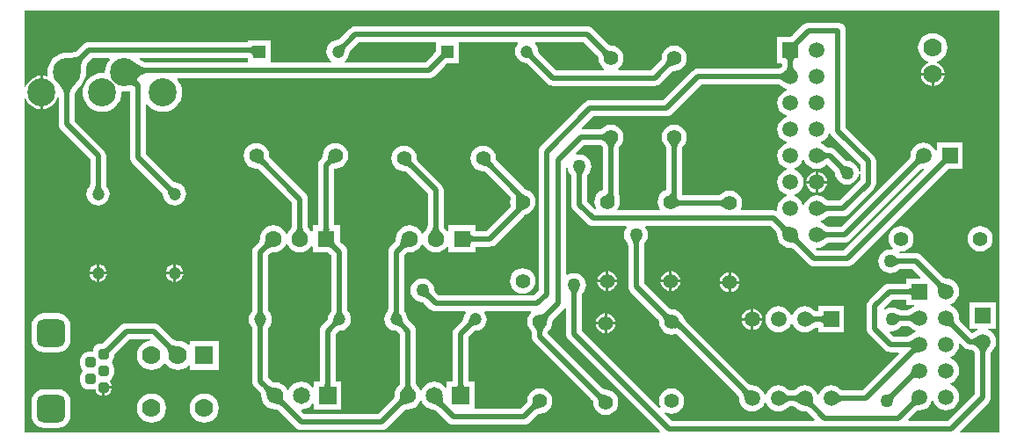
<source format=gbl>
G04 Layer_Physical_Order=2*
G04 Layer_Color=16711680*
%FSLAX25Y25*%
%MOIN*%
G70*
G01*
G75*
%ADD10C,0.02000*%
G04:AMPARAMS|DCode=11|XSize=39.37mil|YSize=39.37mil|CornerRadius=9.84mil|HoleSize=0mil|Usage=FLASHONLY|Rotation=90.000|XOffset=0mil|YOffset=0mil|HoleType=Round|Shape=RoundedRectangle|*
%AMROUNDEDRECTD11*
21,1,0.03937,0.01969,0,0,90.0*
21,1,0.01969,0.03937,0,0,90.0*
1,1,0.01969,0.00984,0.00984*
1,1,0.01969,0.00984,-0.00984*
1,1,0.01969,-0.00984,-0.00984*
1,1,0.01969,-0.00984,0.00984*
%
%ADD11ROUNDEDRECTD11*%
G04:AMPARAMS|DCode=12|XSize=106.3mil|YSize=106.3mil|CornerRadius=26.58mil|HoleSize=0mil|Usage=FLASHONLY|Rotation=90.000|XOffset=0mil|YOffset=0mil|HoleType=Round|Shape=RoundedRectangle|*
%AMROUNDEDRECTD12*
21,1,0.10630,0.05315,0,0,90.0*
21,1,0.05315,0.10630,0,0,90.0*
1,1,0.05315,0.02658,0.02658*
1,1,0.05315,0.02658,-0.02658*
1,1,0.05315,-0.02658,-0.02658*
1,1,0.05315,-0.02658,0.02658*
%
%ADD12ROUNDEDRECTD12*%
%ADD13C,0.10650*%
%ADD14R,0.04724X0.04724*%
%ADD15C,0.04724*%
%ADD16C,0.07000*%
%ADD17C,0.05906*%
%ADD18R,0.05906X0.05906*%
%ADD19C,0.06200*%
%ADD20C,0.06500*%
%ADD21R,0.06500X0.06500*%
%ADD22R,0.07000X0.07000*%
%ADD23R,0.05906X0.05906*%
%ADD24R,0.06299X0.06299*%
%ADD25C,0.06299*%
%ADD26C,0.05512*%
%ADD27C,0.05000*%
G36*
X397355Y250941D02*
X396935Y250507D01*
X396281Y249740D01*
X396046Y249407D01*
X395872Y249108D01*
X395761Y248842D01*
X395710Y248609D01*
X395722Y248410D01*
X395794Y248244D01*
X395929Y248112D01*
X392612Y250429D01*
X392789Y250339D01*
X392990Y250301D01*
X393214Y250315D01*
X393461Y250380D01*
X393732Y250497D01*
X394027Y250665D01*
X394345Y250885D01*
X394687Y251157D01*
X395052Y251480D01*
X395441Y251855D01*
X397355Y250941D01*
D02*
G37*
G36*
X394810Y244539D02*
X394640Y244479D01*
X394490Y244379D01*
X394360Y244239D01*
X394250Y244059D01*
X394160Y243839D01*
X394090Y243579D01*
X394040Y243279D01*
X394010Y242939D01*
X394000Y242559D01*
X392000D01*
X391990Y242939D01*
X391960Y243279D01*
X391910Y243579D01*
X391840Y243839D01*
X391750Y244059D01*
X391640Y244239D01*
X391510Y244379D01*
X391360Y244479D01*
X391190Y244539D01*
X391000Y244559D01*
X395000D01*
X394810Y244539D01*
D02*
G37*
G36*
X394011Y241774D02*
X394043Y241506D01*
X394096Y241244D01*
X394171Y240989D01*
X394267Y240742D01*
X394384Y240501D01*
X394523Y240268D01*
X394683Y240041D01*
X394864Y239821D01*
X395067Y239609D01*
X390933D01*
X391136Y239821D01*
X391317Y240041D01*
X391477Y240268D01*
X391616Y240501D01*
X391733Y240742D01*
X391829Y240989D01*
X391904Y241244D01*
X391957Y241506D01*
X391989Y241774D01*
X392000Y242050D01*
X394000D01*
X394011Y241774D01*
D02*
G37*
G36*
X390891Y235433D02*
X390679Y235636D01*
X390459Y235817D01*
X390232Y235977D01*
X389999Y236116D01*
X389758Y236233D01*
X389510Y236329D01*
X389256Y236404D01*
X388994Y236457D01*
X388726Y236489D01*
X388450Y236500D01*
Y238500D01*
X388726Y238511D01*
X388994Y238543D01*
X389256Y238596D01*
X389510Y238671D01*
X389758Y238767D01*
X389999Y238884D01*
X390232Y239023D01*
X390459Y239183D01*
X390679Y239364D01*
X390891Y239567D01*
Y235433D01*
D02*
G37*
G36*
X323032Y212571D02*
X322845Y212747D01*
X322650Y212905D01*
X322447Y213045D01*
X322234Y213165D01*
X322013Y213268D01*
X321783Y213351D01*
X321545Y213416D01*
X321298Y213463D01*
X321043Y213491D01*
X320778Y213500D01*
Y215500D01*
X321043Y215509D01*
X321298Y215537D01*
X321545Y215584D01*
X321783Y215649D01*
X322013Y215732D01*
X322234Y215834D01*
X322447Y215955D01*
X322650Y216095D01*
X322845Y216253D01*
X323032Y216429D01*
Y212571D01*
D02*
G37*
G36*
X350753Y212345D02*
X350595Y212150D01*
X350455Y211947D01*
X350335Y211734D01*
X350232Y211513D01*
X350149Y211283D01*
X350084Y211045D01*
X350037Y210798D01*
X350009Y210543D01*
X350000Y210278D01*
X348000D01*
X347991Y210543D01*
X347963Y210798D01*
X347916Y211045D01*
X347851Y211283D01*
X347768Y211513D01*
X347666Y211734D01*
X347545Y211947D01*
X347405Y212150D01*
X347247Y212345D01*
X347071Y212532D01*
X350929D01*
X350753Y212345D01*
D02*
G37*
G36*
X326753D02*
X326595Y212150D01*
X326455Y211947D01*
X326335Y211734D01*
X326232Y211513D01*
X326149Y211283D01*
X326084Y211045D01*
X326037Y210798D01*
X326009Y210543D01*
X326000Y210278D01*
X324000D01*
X323991Y210543D01*
X323963Y210798D01*
X323916Y211045D01*
X323851Y211283D01*
X323768Y211513D01*
X323665Y211734D01*
X323545Y211947D01*
X323405Y212150D01*
X323247Y212345D01*
X323071Y212532D01*
X326929D01*
X326753Y212345D01*
D02*
G37*
G36*
X405321Y209364D02*
X405541Y209183D01*
X405768Y209023D01*
X406001Y208884D01*
X406242Y208767D01*
X406490Y208671D01*
X406744Y208596D01*
X407006Y208543D01*
X407274Y208511D01*
X407550Y208500D01*
Y206500D01*
X407274Y206489D01*
X407006Y206457D01*
X406744Y206404D01*
X406490Y206329D01*
X406242Y206233D01*
X406001Y206116D01*
X405768Y205977D01*
X405541Y205817D01*
X405321Y205636D01*
X405109Y205433D01*
Y209567D01*
X405321Y209364D01*
D02*
G37*
G36*
X453388Y204559D02*
X453232Y204672D01*
X453048Y204729D01*
X452836D01*
X452596Y204672D01*
X452327Y204559D01*
X452030Y204390D01*
X451705Y204163D01*
X451351Y203880D01*
X450559Y203145D01*
X449145Y204559D01*
X449541Y204969D01*
X450163Y205705D01*
X450389Y206030D01*
X450559Y206327D01*
X450672Y206596D01*
X450729Y206836D01*
Y207048D01*
X450672Y207232D01*
X450559Y207388D01*
X453388Y204559D01*
D02*
G37*
G36*
X220472Y204744D02*
X220216Y204737D01*
X219966Y204711D01*
X219724Y204665D01*
X219488Y204601D01*
X219259Y204517D01*
X219038Y204413D01*
X218823Y204291D01*
X218616Y204149D01*
X218415Y203988D01*
X218222Y203808D01*
X216808Y205222D01*
X216988Y205415D01*
X217149Y205616D01*
X217291Y205823D01*
X217413Y206038D01*
X217517Y206259D01*
X217601Y206488D01*
X217665Y206723D01*
X217711Y206966D01*
X217737Y207216D01*
X217744Y207472D01*
X220472Y204744D01*
D02*
G37*
G36*
X193263Y207216D02*
X193289Y206966D01*
X193335Y206723D01*
X193399Y206488D01*
X193483Y206259D01*
X193587Y206038D01*
X193709Y205823D01*
X193851Y205616D01*
X194012Y205415D01*
X194192Y205222D01*
X192778Y203808D01*
X192585Y203988D01*
X192384Y204149D01*
X192177Y204291D01*
X191962Y204413D01*
X191741Y204517D01*
X191512Y204601D01*
X191277Y204665D01*
X191034Y204711D01*
X190784Y204737D01*
X190528Y204744D01*
X193256Y207472D01*
X193263Y207216D01*
D02*
G37*
G36*
X443470Y204547D02*
X443177Y204540D01*
X442893Y204513D01*
X442620Y204466D01*
X442356Y204399D01*
X442103Y204312D01*
X441860Y204205D01*
X441628Y204078D01*
X441405Y203930D01*
X441192Y203763D01*
X440990Y203576D01*
X439576Y204990D01*
X439763Y205192D01*
X439930Y205405D01*
X440077Y205627D01*
X440205Y205860D01*
X440312Y206103D01*
X440399Y206357D01*
X440466Y206620D01*
X440513Y206893D01*
X440540Y207177D01*
X440547Y207470D01*
X443470Y204547D01*
D02*
G37*
G36*
X279263Y206216D02*
X279289Y205966D01*
X279335Y205724D01*
X279399Y205488D01*
X279483Y205259D01*
X279587Y205038D01*
X279709Y204823D01*
X279851Y204616D01*
X280012Y204415D01*
X280192Y204222D01*
X278778Y202808D01*
X278585Y202988D01*
X278384Y203149D01*
X278177Y203291D01*
X277962Y203413D01*
X277741Y203517D01*
X277512Y203601D01*
X277276Y203665D01*
X277034Y203711D01*
X276784Y203737D01*
X276528Y203744D01*
X279256Y206472D01*
X279263Y206216D01*
D02*
G37*
G36*
X249263D02*
X249289Y205966D01*
X249335Y205724D01*
X249399Y205488D01*
X249483Y205259D01*
X249587Y205038D01*
X249709Y204823D01*
X249851Y204616D01*
X250012Y204415D01*
X250192Y204222D01*
X248778Y202808D01*
X248585Y202988D01*
X248384Y203149D01*
X248177Y203291D01*
X247962Y203413D01*
X247741Y203517D01*
X247512Y203601D01*
X247276Y203665D01*
X247034Y203711D01*
X246784Y203737D01*
X246528Y203744D01*
X249256Y206472D01*
X249263Y206216D01*
D02*
G37*
G36*
X472451Y102549D02*
X457481D01*
X457290Y103011D01*
X468140Y113860D01*
X468620Y114487D01*
X468923Y115217D01*
X469026Y116000D01*
Y132322D01*
X469038Y132371D01*
X469045Y132565D01*
X469058Y132669D01*
X469077Y132764D01*
X469103Y132854D01*
X469137Y132941D01*
X469180Y133030D01*
X469235Y133122D01*
X469304Y133220D01*
X469390Y133324D01*
X469513Y133453D01*
X469532Y133468D01*
X470326Y134502D01*
X470825Y135707D01*
X470996Y137000D01*
X470825Y138293D01*
X470326Y139498D01*
X469532Y140532D01*
X468498Y141326D01*
X467964Y141547D01*
X468064Y142047D01*
X470953D01*
Y151953D01*
X461047D01*
Y142047D01*
X463936D01*
X464036Y141547D01*
X463502Y141326D01*
X462468Y140532D01*
X462453Y140513D01*
X462324Y140390D01*
X462220Y140304D01*
X462122Y140235D01*
X462073Y140206D01*
X457447Y144832D01*
X457421Y144875D01*
X457289Y145018D01*
X457224Y145100D01*
X457171Y145181D01*
X457126Y145262D01*
X457088Y145348D01*
X457056Y145441D01*
X457030Y145545D01*
X457009Y145663D01*
X456996Y145798D01*
X456992Y145975D01*
X456995Y146000D01*
X456825Y147293D01*
X456326Y148498D01*
X455532Y149532D01*
X454498Y150326D01*
X453524Y150729D01*
Y151271D01*
X454498Y151674D01*
X455532Y152468D01*
X456326Y153502D01*
X456825Y154707D01*
X456995Y156000D01*
X456825Y157293D01*
X456326Y158498D01*
X455532Y159532D01*
X454498Y160326D01*
X453293Y160825D01*
X452330Y160952D01*
X452193Y160988D01*
X451966Y161001D01*
X451823Y161019D01*
X451694Y161044D01*
X451580Y161076D01*
X451478Y161114D01*
X451383Y161157D01*
X451294Y161206D01*
X451208Y161264D01*
X451122Y161333D01*
X450979Y161466D01*
X450935Y161492D01*
X442788Y169640D01*
X442161Y170121D01*
X441431Y170423D01*
X440648Y170526D01*
X434906D01*
X434853Y170538D01*
X434669Y170544D01*
X434567Y170554D01*
X434484Y170567D01*
X434465Y170572D01*
X434360Y170686D01*
X434300Y170791D01*
X434612Y171254D01*
X435000Y171203D01*
X436241Y171367D01*
X437398Y171846D01*
X438392Y172608D01*
X439154Y173601D01*
X439634Y174759D01*
X439797Y176000D01*
X439634Y177242D01*
X439154Y178399D01*
X438392Y179392D01*
X437398Y180154D01*
X436241Y180633D01*
X435000Y180797D01*
X433758Y180633D01*
X432601Y180154D01*
X431608Y179392D01*
X430846Y178399D01*
X430367Y177242D01*
X430203Y176000D01*
X430367Y174759D01*
X430846Y173601D01*
X431608Y172608D01*
X431836Y172433D01*
X431638Y171955D01*
X431000Y172039D01*
X429825Y171884D01*
X428731Y171431D01*
X427791Y170709D01*
X427069Y169769D01*
X426616Y168675D01*
X426461Y167500D01*
X426616Y166325D01*
X427069Y165231D01*
X427791Y164291D01*
X428731Y163569D01*
X429825Y163116D01*
X431000Y162961D01*
X432175Y163116D01*
X433269Y163569D01*
X434137Y164235D01*
X434178Y164261D01*
X434265Y164341D01*
X434285Y164357D01*
X434307Y164372D01*
X434334Y164386D01*
X434370Y164401D01*
X434419Y164417D01*
X434484Y164433D01*
X434567Y164446D01*
X434669Y164456D01*
X434853Y164462D01*
X434906Y164474D01*
X439395D01*
X442454Y161415D01*
X442263Y160953D01*
X437047D01*
Y159040D01*
X437006Y159038D01*
X436950Y159026D01*
X430500D01*
X429717Y158923D01*
X428987Y158621D01*
X428360Y158140D01*
X428360Y158140D01*
X422860Y152640D01*
X422379Y152013D01*
X422077Y151283D01*
X421974Y150500D01*
Y142000D01*
X422077Y141217D01*
X422379Y140487D01*
X422860Y139860D01*
X428860Y133860D01*
X429487Y133379D01*
X430217Y133077D01*
X431000Y132974D01*
X434042D01*
X434233Y132512D01*
X420247Y118526D01*
X413178D01*
X413129Y118538D01*
X412935Y118545D01*
X412831Y118558D01*
X412736Y118577D01*
X412646Y118603D01*
X412559Y118637D01*
X412470Y118680D01*
X412378Y118735D01*
X412280Y118804D01*
X412176Y118890D01*
X412047Y119013D01*
X412032Y119032D01*
X410998Y119826D01*
X409793Y120325D01*
X408500Y120495D01*
X407207Y120325D01*
X406002Y119826D01*
X404968Y119032D01*
X404174Y117998D01*
X403771Y117024D01*
X403229D01*
X402826Y117998D01*
X402032Y119032D01*
X400998Y119826D01*
X399793Y120325D01*
X398500Y120495D01*
X397207Y120325D01*
X396002Y119826D01*
X394968Y119032D01*
X394953Y119013D01*
X394824Y118890D01*
X394720Y118804D01*
X394622Y118735D01*
X394530Y118680D01*
X394441Y118637D01*
X394354Y118603D01*
X394264Y118577D01*
X394169Y118558D01*
X394065Y118545D01*
X393871Y118538D01*
X393822Y118526D01*
X393178D01*
X393129Y118538D01*
X392935Y118545D01*
X392831Y118558D01*
X392736Y118577D01*
X392646Y118603D01*
X392559Y118637D01*
X392470Y118680D01*
X392378Y118735D01*
X392280Y118804D01*
X392176Y118890D01*
X392047Y119013D01*
X392032Y119032D01*
X390998Y119826D01*
X389793Y120325D01*
X388500Y120495D01*
X387207Y120325D01*
X386002Y119826D01*
X384968Y119032D01*
X384174Y117998D01*
X383771Y117024D01*
X383229D01*
X382826Y117998D01*
X382032Y119032D01*
X380998Y119826D01*
X379793Y120325D01*
X378500Y120495D01*
X378475Y120492D01*
X378298Y120496D01*
X378163Y120509D01*
X378045Y120530D01*
X377941Y120556D01*
X377848Y120588D01*
X377762Y120626D01*
X377681Y120671D01*
X377600Y120724D01*
X377518Y120789D01*
X377375Y120921D01*
X377332Y120947D01*
X353422Y144858D01*
X353389Y144908D01*
X353253Y145050D01*
X353003Y145341D01*
X352927Y145441D01*
X352723Y145746D01*
X352663Y145849D01*
X352500Y146172D01*
X352428Y146340D01*
X352322Y146494D01*
X352154Y146898D01*
X351392Y147892D01*
X350398Y148654D01*
X349241Y149134D01*
X348038Y149292D01*
X348028Y149294D01*
X348019Y149294D01*
X348000Y149297D01*
X347988Y149295D01*
X347850Y149299D01*
X347761Y149308D01*
X347683Y149323D01*
X347611Y149343D01*
X347543Y149368D01*
X347476Y149399D01*
X347406Y149439D01*
X347331Y149490D01*
X347251Y149555D01*
X347112Y149684D01*
X347068Y149712D01*
X337526Y159253D01*
Y173594D01*
X337538Y173647D01*
X337544Y173831D01*
X337554Y173933D01*
X337567Y174016D01*
X337583Y174081D01*
X337599Y174130D01*
X337614Y174166D01*
X337628Y174193D01*
X337643Y174215D01*
X337659Y174235D01*
X337739Y174322D01*
X337765Y174363D01*
X338431Y175231D01*
X338884Y176325D01*
X339039Y177500D01*
X338884Y178675D01*
X338431Y179769D01*
X338086Y180218D01*
X338333Y180718D01*
X385503D01*
X387553Y178668D01*
X387579Y178625D01*
X387711Y178482D01*
X387776Y178400D01*
X387829Y178319D01*
X387874Y178238D01*
X387912Y178152D01*
X387944Y178059D01*
X387970Y177955D01*
X387991Y177837D01*
X388003Y177702D01*
X388008Y177524D01*
X388004Y177500D01*
X388175Y176207D01*
X388674Y175002D01*
X389468Y173968D01*
X390502Y173174D01*
X391707Y172675D01*
X393000Y172504D01*
X393024Y172508D01*
X393202Y172503D01*
X393337Y172491D01*
X393455Y172470D01*
X393559Y172444D01*
X393652Y172412D01*
X393738Y172374D01*
X393819Y172329D01*
X393900Y172276D01*
X393983Y172211D01*
X394125Y172079D01*
X394168Y172053D01*
X399860Y166360D01*
X400487Y165879D01*
X401217Y165577D01*
X402000Y165474D01*
X414500D01*
X415283Y165577D01*
X416013Y165879D01*
X416640Y166360D01*
X451903Y201624D01*
X451947Y201651D01*
X452684Y202335D01*
X452925Y202528D01*
X452953Y202547D01*
X453251D01*
X453388Y202520D01*
X453524Y202547D01*
X453650D01*
X453706Y202545D01*
X453712Y202547D01*
X458453D01*
Y212453D01*
X448547D01*
Y209564D01*
X448047Y209464D01*
X447826Y209998D01*
X447032Y211032D01*
X445998Y211826D01*
X444793Y212325D01*
X443500Y212495D01*
X442207Y212325D01*
X441002Y211826D01*
X439968Y211032D01*
X439174Y209998D01*
X438675Y208793D01*
X438505Y207500D01*
X438508Y207475D01*
X438504Y207298D01*
X438491Y207163D01*
X438470Y207045D01*
X438444Y206941D01*
X438412Y206848D01*
X438374Y206762D01*
X438329Y206681D01*
X438276Y206600D01*
X438211Y206518D01*
X438079Y206375D01*
X438053Y206332D01*
X412247Y180526D01*
X407678D01*
X407629Y180538D01*
X407435Y180545D01*
X407331Y180558D01*
X407236Y180577D01*
X407146Y180603D01*
X407059Y180637D01*
X406970Y180680D01*
X406878Y180735D01*
X406780Y180804D01*
X406676Y180890D01*
X406547Y181013D01*
X406532Y181032D01*
X405498Y181826D01*
X404524Y182229D01*
Y182771D01*
X405498Y183174D01*
X406532Y183968D01*
X406547Y183987D01*
X406676Y184110D01*
X406780Y184196D01*
X406878Y184265D01*
X406970Y184320D01*
X407059Y184363D01*
X407146Y184397D01*
X407236Y184423D01*
X407331Y184442D01*
X407435Y184455D01*
X407629Y184462D01*
X407678Y184474D01*
X413000D01*
X413783Y184577D01*
X414513Y184880D01*
X415140Y185360D01*
X424640Y194860D01*
X425120Y195487D01*
X425423Y196217D01*
X425526Y197000D01*
Y205500D01*
X425526Y205500D01*
X425423Y206283D01*
X425120Y207013D01*
X424640Y207640D01*
X424640Y207640D01*
X414026Y218253D01*
Y255000D01*
X413923Y255783D01*
X413621Y256513D01*
X413140Y257140D01*
X412513Y257621D01*
X411783Y257923D01*
X411000Y258026D01*
X400000D01*
X399217Y257923D01*
X398487Y257621D01*
X397860Y257140D01*
X397860Y257140D01*
X394113Y253393D01*
X394077Y253371D01*
X394056Y253342D01*
X394026Y253323D01*
X393668Y252978D01*
X393376Y252720D01*
X393129Y252524D01*
X393026Y252453D01*
X392800D01*
X392767Y252462D01*
X392690Y252453D01*
X388047D01*
Y242547D01*
X389671D01*
X389881Y242246D01*
X389959Y242047D01*
X389955Y241935D01*
X389942Y241831D01*
X389923Y241736D01*
X389897Y241646D01*
X389863Y241559D01*
X389820Y241470D01*
X389765Y241378D01*
X389696Y241280D01*
X389610Y241176D01*
X389487Y241047D01*
X389468Y241032D01*
X389453Y241013D01*
X389324Y240890D01*
X389220Y240804D01*
X389122Y240735D01*
X389030Y240680D01*
X388941Y240637D01*
X388854Y240603D01*
X388764Y240577D01*
X388669Y240558D01*
X388565Y240545D01*
X388371Y240538D01*
X388322Y240526D01*
X358000D01*
X357217Y240423D01*
X356487Y240121D01*
X355860Y239640D01*
X344747Y228526D01*
X317000D01*
X316217Y228423D01*
X315487Y228120D01*
X314860Y227640D01*
X314860Y227640D01*
X298360Y211140D01*
X297880Y210513D01*
X297577Y209783D01*
X297474Y209000D01*
Y156253D01*
X295747Y154526D01*
X259753D01*
X258402Y155877D01*
X258373Y155924D01*
X258247Y156058D01*
X258181Y156137D01*
X258132Y156205D01*
X258097Y156262D01*
X258074Y156308D01*
X258060Y156344D01*
X258050Y156374D01*
X258045Y156399D01*
X258042Y156425D01*
X258038Y156543D01*
X258027Y156590D01*
X257884Y157675D01*
X257431Y158769D01*
X256709Y159709D01*
X255769Y160431D01*
X254675Y160884D01*
X253500Y161039D01*
X252325Y160884D01*
X251231Y160431D01*
X250291Y159709D01*
X249569Y158769D01*
X249116Y157675D01*
X248961Y156500D01*
X249116Y155325D01*
X249569Y154231D01*
X250291Y153291D01*
X251231Y152569D01*
X252325Y152116D01*
X253410Y151973D01*
X253457Y151962D01*
X253575Y151958D01*
X253601Y151955D01*
X253626Y151950D01*
X253656Y151941D01*
X253692Y151926D01*
X253738Y151903D01*
X253795Y151868D01*
X253863Y151819D01*
X253942Y151753D01*
X254076Y151627D01*
X254123Y151598D01*
X256360Y149360D01*
X256987Y148880D01*
X257717Y148577D01*
X258500Y148474D01*
X258500Y148474D01*
X269718D01*
X269940Y148026D01*
X269690Y147700D01*
X269250Y146639D01*
X269116Y145620D01*
X269100Y145554D01*
X269097Y145478D01*
X269097Y145478D01*
X269088Y145458D01*
X269069Y145422D01*
X269037Y145371D01*
X268988Y145304D01*
X268921Y145225D01*
X268797Y145094D01*
X268767Y145046D01*
X265860Y142140D01*
X265380Y141513D01*
X265077Y140783D01*
X264974Y140000D01*
Y121847D01*
X264962Y121791D01*
X264960Y121750D01*
X262750D01*
Y119755D01*
X262250Y119585D01*
X261744Y120244D01*
X260648Y121086D01*
X259370Y121615D01*
X258000Y121795D01*
X256629Y121615D01*
X255352Y121086D01*
X254256Y120244D01*
X253414Y119148D01*
X253169Y118555D01*
X252669D01*
X252455Y119072D01*
X251637Y120137D01*
X251610Y120158D01*
X251468Y120307D01*
X251361Y120435D01*
X251274Y120556D01*
X251205Y120669D01*
X251152Y120775D01*
X251111Y120876D01*
X251080Y120974D01*
X251059Y121075D01*
X251046Y121180D01*
X251037Y121378D01*
X251026Y121426D01*
Y141000D01*
X250923Y141783D01*
X250621Y142513D01*
X250140Y143140D01*
X248233Y145046D01*
X248203Y145094D01*
X248079Y145225D01*
X248012Y145304D01*
X247963Y145371D01*
X247931Y145422D01*
X247912Y145458D01*
X247903Y145478D01*
X247903Y145478D01*
X247900Y145554D01*
X247884Y145620D01*
X247750Y146639D01*
X247310Y147700D01*
X246685Y148515D01*
X246649Y148573D01*
X246598Y148628D01*
X246598Y148629D01*
X246590Y148649D01*
X246578Y148688D01*
X246565Y148748D01*
X246552Y148829D01*
X246543Y148933D01*
X246538Y149113D01*
X246526Y149168D01*
Y169747D01*
X247097Y170318D01*
X247139Y170344D01*
X247286Y170478D01*
X247371Y170544D01*
X247459Y170600D01*
X247554Y170650D01*
X247659Y170694D01*
X247778Y170733D01*
X247914Y170766D01*
X248071Y170791D01*
X248249Y170806D01*
X248463Y170811D01*
X248500Y170806D01*
X249844Y170983D01*
X251097Y171502D01*
X252173Y172327D01*
X252998Y173403D01*
X253250Y174011D01*
X253750D01*
X254002Y173403D01*
X254827Y172327D01*
X255903Y171502D01*
X257156Y170983D01*
X258500Y170806D01*
X259844Y170983D01*
X261097Y171502D01*
X262173Y172327D01*
X262850Y173210D01*
X263350Y173041D01*
Y170850D01*
X273650D01*
Y172960D01*
X273691Y172961D01*
X273747Y172974D01*
X279000D01*
X279783Y173077D01*
X280513Y173380D01*
X281140Y173860D01*
X291858Y184578D01*
X291909Y184611D01*
X292050Y184747D01*
X292340Y184997D01*
X292441Y185073D01*
X292746Y185277D01*
X292849Y185337D01*
X293173Y185500D01*
X293340Y185572D01*
X293494Y185678D01*
X293899Y185846D01*
X294892Y186608D01*
X295654Y187601D01*
X296133Y188759D01*
X296297Y190000D01*
X296133Y191242D01*
X295654Y192399D01*
X294892Y193392D01*
X293899Y194154D01*
X293494Y194322D01*
X293340Y194428D01*
X293173Y194500D01*
X292849Y194663D01*
X292746Y194723D01*
X292441Y194927D01*
X292340Y195003D01*
X292050Y195253D01*
X291909Y195389D01*
X291858Y195422D01*
X281712Y205568D01*
X281684Y205612D01*
X281555Y205751D01*
X281490Y205831D01*
X281439Y205906D01*
X281399Y205976D01*
X281368Y206043D01*
X281343Y206111D01*
X281323Y206183D01*
X281308Y206261D01*
X281299Y206350D01*
X281295Y206488D01*
X281297Y206500D01*
X281294Y206519D01*
X281294Y206528D01*
X281292Y206538D01*
X281134Y207741D01*
X280654Y208898D01*
X279892Y209892D01*
X278899Y210654D01*
X277742Y211134D01*
X276500Y211297D01*
X275258Y211134D01*
X274101Y210654D01*
X273108Y209892D01*
X272346Y208898D01*
X271866Y207741D01*
X271703Y206500D01*
X271866Y205258D01*
X272346Y204101D01*
X273108Y203108D01*
X274101Y202346D01*
X275258Y201867D01*
X276462Y201708D01*
X276472Y201706D01*
X276481Y201706D01*
X276500Y201703D01*
X276512Y201705D01*
X276649Y201701D01*
X276739Y201692D01*
X276817Y201677D01*
X276889Y201657D01*
X276957Y201632D01*
X277024Y201601D01*
X277094Y201561D01*
X277169Y201510D01*
X277249Y201445D01*
X277388Y201316D01*
X277432Y201289D01*
X286900Y191820D01*
X286926Y191778D01*
X286927Y191778D01*
X286928Y191777D01*
X287032Y191664D01*
X287027Y191628D01*
X286866Y191242D01*
X286703Y190000D01*
X286866Y188759D01*
X287027Y188372D01*
X287032Y188336D01*
X286928Y188223D01*
X286927Y188223D01*
X286926Y188222D01*
X286900Y188180D01*
X277747Y179026D01*
X273747D01*
X273691Y179039D01*
X273650Y179040D01*
Y181150D01*
X263350D01*
Y178959D01*
X262850Y178790D01*
X262173Y179673D01*
X262143Y179695D01*
X261995Y179850D01*
X261880Y179987D01*
X261787Y180115D01*
X261714Y180235D01*
X261657Y180347D01*
X261614Y180452D01*
X261582Y180554D01*
X261559Y180657D01*
X261546Y180763D01*
X261537Y180962D01*
X261526Y181009D01*
Y194500D01*
X261423Y195283D01*
X261121Y196013D01*
X260640Y196640D01*
X251712Y205568D01*
X251684Y205612D01*
X251555Y205751D01*
X251490Y205831D01*
X251439Y205906D01*
X251399Y205976D01*
X251368Y206043D01*
X251343Y206111D01*
X251323Y206183D01*
X251308Y206261D01*
X251299Y206350D01*
X251295Y206488D01*
X251297Y206500D01*
X251294Y206519D01*
X251294Y206528D01*
X251292Y206538D01*
X251133Y207741D01*
X250654Y208898D01*
X249892Y209892D01*
X248899Y210654D01*
X247742Y211134D01*
X246500Y211297D01*
X245258Y211134D01*
X244102Y210654D01*
X243108Y209892D01*
X242346Y208898D01*
X241866Y207741D01*
X241703Y206500D01*
X241866Y205258D01*
X242346Y204101D01*
X243108Y203108D01*
X244102Y202346D01*
X245258Y201867D01*
X246462Y201708D01*
X246472Y201706D01*
X246481Y201706D01*
X246500Y201703D01*
X246512Y201705D01*
X246650Y201701D01*
X246739Y201692D01*
X246817Y201677D01*
X246889Y201657D01*
X246957Y201632D01*
X247024Y201601D01*
X247094Y201561D01*
X247169Y201510D01*
X247249Y201445D01*
X247388Y201316D01*
X247432Y201289D01*
X255474Y193247D01*
Y181009D01*
X255463Y180962D01*
X255454Y180763D01*
X255441Y180657D01*
X255418Y180554D01*
X255386Y180452D01*
X255343Y180347D01*
X255286Y180235D01*
X255213Y180115D01*
X255120Y179987D01*
X255005Y179850D01*
X254857Y179695D01*
X254827Y179673D01*
X254002Y178597D01*
X253750Y177989D01*
X253250D01*
X252998Y178597D01*
X252173Y179673D01*
X251097Y180498D01*
X249844Y181017D01*
X248500Y181194D01*
X247156Y181017D01*
X245903Y180498D01*
X244827Y179673D01*
X244002Y178597D01*
X243483Y177344D01*
X243306Y176000D01*
X243311Y175963D01*
X243306Y175749D01*
X243291Y175571D01*
X243266Y175414D01*
X243233Y175278D01*
X243194Y175159D01*
X243150Y175054D01*
X243101Y174959D01*
X243044Y174871D01*
X242978Y174786D01*
X242844Y174639D01*
X242818Y174598D01*
X241360Y173140D01*
X240880Y172513D01*
X240577Y171783D01*
X240474Y171000D01*
Y149168D01*
X240462Y149113D01*
X240457Y148933D01*
X240448Y148829D01*
X240436Y148748D01*
X240422Y148688D01*
X240410Y148649D01*
X240402Y148629D01*
X240402Y148628D01*
X240351Y148573D01*
X240315Y148515D01*
X239690Y147700D01*
X239250Y146639D01*
X239100Y145500D01*
X239250Y144361D01*
X239690Y143300D01*
X240389Y142389D01*
X241300Y141690D01*
X242361Y141250D01*
X243380Y141116D01*
X243446Y141100D01*
X243521Y141097D01*
X243522Y141097D01*
X243542Y141088D01*
X243578Y141069D01*
X243629Y141037D01*
X243696Y140988D01*
X243775Y140921D01*
X243906Y140797D01*
X243954Y140767D01*
X244974Y139747D01*
Y121426D01*
X244963Y121378D01*
X244954Y121180D01*
X244941Y121075D01*
X244919Y120974D01*
X244889Y120875D01*
X244848Y120775D01*
X244795Y120669D01*
X244726Y120556D01*
X244639Y120435D01*
X244532Y120306D01*
X244390Y120158D01*
X244363Y120137D01*
X243545Y119072D01*
X243031Y117831D01*
X242856Y116500D01*
X242860Y116466D01*
X242856Y116261D01*
X242841Y116094D01*
X242817Y115947D01*
X242786Y115819D01*
X242749Y115706D01*
X242706Y115606D01*
X242658Y115514D01*
X242602Y115428D01*
X242537Y115344D01*
X242403Y115198D01*
X242377Y115156D01*
X236747Y109526D01*
X208753D01*
X207570Y110710D01*
X207749Y111238D01*
X208871Y111385D01*
X210148Y111914D01*
X211244Y112756D01*
X211750Y113415D01*
X212250Y113245D01*
Y111250D01*
X222750D01*
Y121750D01*
X220540D01*
X220538Y121791D01*
X220526Y121847D01*
Y139747D01*
X221546Y140767D01*
X221594Y140797D01*
X221725Y140921D01*
X221804Y140988D01*
X221871Y141037D01*
X221922Y141069D01*
X221958Y141088D01*
X221978Y141097D01*
X221978Y141097D01*
X222054Y141100D01*
X222120Y141116D01*
X223139Y141250D01*
X224200Y141690D01*
X225111Y142389D01*
X225810Y143300D01*
X226250Y144361D01*
X226400Y145500D01*
X226250Y146639D01*
X225810Y147700D01*
X225185Y148515D01*
X225149Y148573D01*
X225098Y148628D01*
X225098Y148629D01*
X225090Y148649D01*
X225078Y148688D01*
X225064Y148748D01*
X225052Y148829D01*
X225043Y148933D01*
X225038Y149113D01*
X225026Y149168D01*
Y171000D01*
X225026Y171000D01*
X224923Y171783D01*
X224621Y172513D01*
X224140Y173140D01*
X223073Y174206D01*
X223046Y174250D01*
X222362Y174987D01*
X222169Y175229D01*
X222150Y175256D01*
Y175554D01*
X222177Y175691D01*
X222150Y175828D01*
Y175953D01*
X222152Y176009D01*
X222150Y176015D01*
Y181150D01*
X220040D01*
X220039Y181191D01*
X220026Y181247D01*
Y202624D01*
X220043Y202632D01*
X220111Y202657D01*
X220183Y202677D01*
X220261Y202692D01*
X220351Y202701D01*
X220488Y202705D01*
X220500Y202703D01*
X220519Y202706D01*
X220528Y202706D01*
X220538Y202708D01*
X221742Y202867D01*
X222899Y203346D01*
X223892Y204108D01*
X224654Y205101D01*
X225133Y206259D01*
X225297Y207500D01*
X225133Y208741D01*
X224654Y209898D01*
X223892Y210892D01*
X222899Y211654D01*
X221742Y212134D01*
X220500Y212297D01*
X219258Y212134D01*
X218102Y211654D01*
X217108Y210892D01*
X216346Y209898D01*
X215866Y208741D01*
X215708Y207538D01*
X215706Y207528D01*
X215706Y207519D01*
X215703Y207500D01*
X215705Y207488D01*
X215701Y207350D01*
X215692Y207261D01*
X215677Y207183D01*
X215657Y207111D01*
X215632Y207043D01*
X215601Y206976D01*
X215561Y206906D01*
X215510Y206831D01*
X215445Y206751D01*
X215316Y206612D01*
X215288Y206568D01*
X214860Y206140D01*
X214380Y205513D01*
X214077Y204783D01*
X213974Y204000D01*
Y181247D01*
X213962Y181191D01*
X213960Y181150D01*
X211850D01*
Y178959D01*
X211350Y178790D01*
X210673Y179673D01*
X210643Y179695D01*
X210495Y179850D01*
X210380Y179987D01*
X210287Y180115D01*
X210214Y180235D01*
X210157Y180347D01*
X210114Y180452D01*
X210082Y180554D01*
X210059Y180657D01*
X210046Y180763D01*
X210037Y180962D01*
X210026Y181009D01*
Y191000D01*
X209923Y191783D01*
X209620Y192513D01*
X209140Y193140D01*
X209140Y193140D01*
X195712Y206568D01*
X195684Y206612D01*
X195555Y206751D01*
X195490Y206831D01*
X195439Y206906D01*
X195399Y206976D01*
X195368Y207043D01*
X195343Y207111D01*
X195323Y207183D01*
X195308Y207261D01*
X195299Y207350D01*
X195295Y207488D01*
X195297Y207500D01*
X195294Y207519D01*
X195294Y207528D01*
X195292Y207538D01*
X195133Y208741D01*
X194654Y209898D01*
X193892Y210892D01*
X192898Y211654D01*
X191742Y212134D01*
X190500Y212297D01*
X189259Y212134D01*
X188101Y211654D01*
X187108Y210892D01*
X186346Y209898D01*
X185866Y208741D01*
X185703Y207500D01*
X185866Y206259D01*
X186346Y205101D01*
X187108Y204108D01*
X188101Y203346D01*
X189259Y202867D01*
X190462Y202708D01*
X190472Y202706D01*
X190481Y202706D01*
X190500Y202703D01*
X190512Y202705D01*
X190649Y202701D01*
X190739Y202692D01*
X190817Y202677D01*
X190889Y202657D01*
X190957Y202632D01*
X191024Y202601D01*
X191094Y202561D01*
X191169Y202510D01*
X191249Y202445D01*
X191388Y202316D01*
X191432Y202289D01*
X203974Y189747D01*
Y181009D01*
X203963Y180962D01*
X203954Y180763D01*
X203941Y180657D01*
X203918Y180554D01*
X203886Y180452D01*
X203843Y180347D01*
X203786Y180235D01*
X203713Y180115D01*
X203620Y179987D01*
X203505Y179850D01*
X203357Y179695D01*
X203327Y179673D01*
X202502Y178597D01*
X202250Y177989D01*
X201750D01*
X201498Y178597D01*
X200673Y179673D01*
X199597Y180498D01*
X198344Y181017D01*
X197000Y181194D01*
X195656Y181017D01*
X194403Y180498D01*
X193327Y179673D01*
X192502Y178597D01*
X191983Y177344D01*
X191806Y176000D01*
X191811Y175963D01*
X191806Y175749D01*
X191791Y175571D01*
X191766Y175414D01*
X191733Y175278D01*
X191694Y175159D01*
X191650Y175054D01*
X191601Y174959D01*
X191544Y174871D01*
X191478Y174786D01*
X191344Y174639D01*
X191318Y174598D01*
X189860Y173140D01*
X189380Y172513D01*
X189077Y171783D01*
X188974Y171000D01*
Y149168D01*
X188962Y149113D01*
X188957Y148933D01*
X188948Y148829D01*
X188935Y148748D01*
X188922Y148688D01*
X188910Y148649D01*
X188902Y148629D01*
X188902Y148628D01*
X188851Y148573D01*
X188815Y148515D01*
X188190Y147700D01*
X187750Y146639D01*
X187600Y145500D01*
X187750Y144361D01*
X188190Y143300D01*
X188815Y142485D01*
X188851Y142427D01*
X188902Y142372D01*
X188902Y142371D01*
X188910Y142351D01*
X188922Y142312D01*
X188935Y142253D01*
X188948Y142171D01*
X188957Y142068D01*
X188962Y141887D01*
X188974Y141832D01*
Y122000D01*
X189077Y121217D01*
X189380Y120487D01*
X189860Y119860D01*
X191877Y117844D01*
X191903Y117802D01*
X192037Y117656D01*
X192102Y117572D01*
X192158Y117486D01*
X192206Y117394D01*
X192249Y117294D01*
X192286Y117182D01*
X192317Y117053D01*
X192341Y116906D01*
X192356Y116739D01*
X192360Y116534D01*
X192356Y116500D01*
X192531Y115169D01*
X193045Y113928D01*
X193863Y112863D01*
X194928Y112045D01*
X196169Y111531D01*
X197500Y111356D01*
X197534Y111360D01*
X197739Y111356D01*
X197906Y111341D01*
X198053Y111317D01*
X198181Y111286D01*
X198294Y111249D01*
X198394Y111206D01*
X198486Y111158D01*
X198572Y111102D01*
X198656Y111037D01*
X198802Y110903D01*
X198844Y110877D01*
X205360Y104360D01*
X205360Y104360D01*
X205987Y103879D01*
X206717Y103577D01*
X207500Y103474D01*
X207500Y103474D01*
X238000D01*
X238783Y103577D01*
X239513Y103879D01*
X240140Y104360D01*
X246656Y110877D01*
X246698Y110903D01*
X246844Y111037D01*
X246928Y111102D01*
X247014Y111158D01*
X247106Y111206D01*
X247206Y111249D01*
X247319Y111286D01*
X247447Y111317D01*
X247593Y111341D01*
X247761Y111356D01*
X247966Y111360D01*
X248000Y111356D01*
X249331Y111531D01*
X250572Y112045D01*
X251637Y112863D01*
X252455Y113928D01*
X252669Y114445D01*
X253169D01*
X253414Y113852D01*
X254256Y112756D01*
X255352Y111914D01*
X256629Y111385D01*
X256985Y111338D01*
X257104Y111289D01*
X257725Y111163D01*
X257919Y111109D01*
X258114Y111041D01*
X258287Y110969D01*
X258440Y110894D01*
X258574Y110817D01*
X258692Y110737D01*
X258795Y110655D01*
X258945Y110517D01*
X258988Y110490D01*
X263118Y106360D01*
X263744Y105879D01*
X264474Y105577D01*
X265257Y105474D01*
X265257Y105474D01*
X292000D01*
X292783Y105577D01*
X293513Y105879D01*
X294140Y106360D01*
X297068Y109289D01*
X297112Y109316D01*
X297251Y109445D01*
X297331Y109510D01*
X297406Y109561D01*
X297476Y109601D01*
X297543Y109632D01*
X297611Y109657D01*
X297683Y109677D01*
X297761Y109692D01*
X297850Y109701D01*
X297988Y109705D01*
X298000Y109703D01*
X298019Y109706D01*
X298028Y109706D01*
X298038Y109708D01*
X299241Y109866D01*
X300398Y110346D01*
X301392Y111108D01*
X302154Y112101D01*
X302634Y113259D01*
X302797Y114500D01*
X302634Y115742D01*
X302154Y116899D01*
X301392Y117892D01*
X300398Y118654D01*
X299241Y119133D01*
X298000Y119297D01*
X296759Y119133D01*
X295602Y118654D01*
X294608Y117892D01*
X293846Y116899D01*
X293367Y115742D01*
X293208Y114538D01*
X293206Y114528D01*
X293206Y114519D01*
X293203Y114500D01*
X293205Y114488D01*
X293201Y114350D01*
X293192Y114261D01*
X293177Y114183D01*
X293157Y114111D01*
X293132Y114043D01*
X293101Y113976D01*
X293061Y113906D01*
X293010Y113831D01*
X292945Y113751D01*
X292816Y113612D01*
X292789Y113568D01*
X290747Y111526D01*
X273250D01*
Y121750D01*
X271040D01*
X271039Y121791D01*
X271026Y121847D01*
Y138747D01*
X273046Y140767D01*
X273094Y140797D01*
X273225Y140921D01*
X273304Y140988D01*
X273371Y141037D01*
X273422Y141069D01*
X273458Y141088D01*
X273478Y141097D01*
X273479Y141097D01*
X273554Y141100D01*
X273620Y141116D01*
X274639Y141250D01*
X275700Y141690D01*
X276611Y142389D01*
X277310Y143300D01*
X277750Y144361D01*
X277900Y145500D01*
X277750Y146639D01*
X277310Y147700D01*
X277060Y148026D01*
X277282Y148474D01*
X294589D01*
X294750Y148001D01*
X294608Y147892D01*
X293846Y146898D01*
X293367Y145741D01*
X293203Y144500D01*
X293367Y143259D01*
X293846Y142102D01*
X294584Y141139D01*
X294590Y141130D01*
X294596Y141123D01*
X294608Y141108D01*
X294618Y141100D01*
X294712Y141001D01*
X294769Y140931D01*
X294814Y140865D01*
X294851Y140801D01*
X294881Y140735D01*
X294906Y140665D01*
X294928Y140587D01*
X294944Y140499D01*
X294955Y140396D01*
X294962Y140207D01*
X294974Y140156D01*
Y139000D01*
X295077Y138217D01*
X295379Y137487D01*
X295860Y136860D01*
X317789Y114932D01*
X317816Y114888D01*
X317945Y114749D01*
X318010Y114669D01*
X318061Y114594D01*
X318101Y114524D01*
X318132Y114457D01*
X318157Y114389D01*
X318177Y114317D01*
X318192Y114239D01*
X318201Y114149D01*
X318205Y114012D01*
X318203Y114000D01*
X318206Y113981D01*
X318206Y113972D01*
X318208Y113962D01*
X318367Y112759D01*
X318846Y111601D01*
X319608Y110608D01*
X320602Y109846D01*
X321759Y109367D01*
X323000Y109203D01*
X324241Y109367D01*
X325398Y109846D01*
X326392Y110608D01*
X327154Y111601D01*
X327634Y112759D01*
X327797Y114000D01*
X327634Y115242D01*
X327154Y116399D01*
X326392Y117392D01*
X325398Y118154D01*
X324241Y118633D01*
X323038Y118792D01*
X323028Y118794D01*
X323019Y118794D01*
X323000Y118797D01*
X322988Y118795D01*
X322850Y118799D01*
X322761Y118808D01*
X322683Y118823D01*
X322611Y118843D01*
X322543Y118868D01*
X322476Y118899D01*
X322406Y118939D01*
X322331Y118990D01*
X322251Y119055D01*
X322112Y119184D01*
X322068Y119211D01*
X301039Y140240D01*
X301045Y140396D01*
X301056Y140499D01*
X301073Y140588D01*
X301094Y140665D01*
X301119Y140735D01*
X301149Y140801D01*
X301186Y140865D01*
X301231Y140931D01*
X301288Y141001D01*
X301382Y141100D01*
X301392Y141108D01*
X301404Y141123D01*
X301410Y141130D01*
X301415Y141139D01*
X302154Y142102D01*
X302634Y143259D01*
X302792Y144462D01*
X302794Y144472D01*
X302794Y144481D01*
X302797Y144500D01*
X302795Y144512D01*
X302799Y144650D01*
X302808Y144739D01*
X302823Y144817D01*
X302843Y144889D01*
X302868Y144957D01*
X302899Y145024D01*
X302939Y145094D01*
X302990Y145169D01*
X303055Y145249D01*
X303184Y145388D01*
X303211Y145432D01*
X307140Y149360D01*
X307140Y149360D01*
X307474Y149796D01*
X307974Y149627D01*
Y140000D01*
X308077Y139217D01*
X308380Y138487D01*
X308860Y137860D01*
X343710Y103011D01*
X343518Y102549D01*
X102549D01*
Y229255D01*
X103049Y229329D01*
X103128Y229068D01*
X103716Y227969D01*
X104506Y227006D01*
X105469Y226216D01*
X106568Y225628D01*
X107760Y225267D01*
X108500Y225194D01*
Y231500D01*
Y237806D01*
X107760Y237734D01*
X106568Y237372D01*
X105469Y236785D01*
X104506Y235994D01*
X103716Y235031D01*
X103128Y233932D01*
X103049Y233671D01*
X102549Y233745D01*
Y262451D01*
X472451D01*
Y102549D01*
D02*
G37*
G36*
X443785Y202064D02*
X413247Y171526D01*
X403253D01*
X402715Y172064D01*
X402936Y172513D01*
X403000Y172504D01*
X404293Y172675D01*
X405498Y173174D01*
X406532Y173968D01*
X406547Y173987D01*
X406676Y174110D01*
X406780Y174196D01*
X406878Y174265D01*
X406970Y174320D01*
X407059Y174363D01*
X407146Y174397D01*
X407236Y174423D01*
X407331Y174442D01*
X407435Y174455D01*
X407629Y174462D01*
X407678Y174474D01*
X413500D01*
X414283Y174577D01*
X415013Y174880D01*
X415640Y175360D01*
X442332Y202053D01*
X442375Y202079D01*
X442518Y202211D01*
X442600Y202276D01*
X442681Y202329D01*
X442762Y202374D01*
X442848Y202412D01*
X442941Y202444D01*
X443045Y202470D01*
X443163Y202491D01*
X443298Y202503D01*
X443475Y202508D01*
X443500Y202504D01*
X443564Y202513D01*
X443785Y202064D01*
D02*
G37*
G36*
X408380Y215487D02*
X408860Y214860D01*
X419474Y204247D01*
Y201524D01*
X418974Y201492D01*
X418884Y202175D01*
X418431Y203269D01*
X417709Y204209D01*
X416769Y204931D01*
X415675Y205384D01*
X414590Y205527D01*
X414543Y205538D01*
X414425Y205542D01*
X414399Y205545D01*
X414374Y205551D01*
X414345Y205559D01*
X414308Y205574D01*
X414262Y205597D01*
X414206Y205632D01*
X414137Y205681D01*
X414058Y205747D01*
X413924Y205873D01*
X413877Y205902D01*
X410140Y209640D01*
X409513Y210121D01*
X408783Y210423D01*
X408000Y210526D01*
X407678D01*
X407629Y210538D01*
X407435Y210545D01*
X407331Y210558D01*
X407236Y210577D01*
X407146Y210603D01*
X407059Y210637D01*
X406970Y210680D01*
X406878Y210735D01*
X406780Y210804D01*
X406676Y210890D01*
X406547Y211013D01*
X406532Y211032D01*
X405498Y211826D01*
X404524Y212229D01*
Y212771D01*
X405498Y213174D01*
X406532Y213968D01*
X407326Y215002D01*
X407683Y215863D01*
X408224D01*
X408380Y215487D01*
D02*
G37*
G36*
X412708Y204217D02*
X412892Y204065D01*
X413079Y203931D01*
X413269Y203815D01*
X413463Y203717D01*
X413659Y203637D01*
X413859Y203575D01*
X414061Y203532D01*
X414266Y203507D01*
X414475Y203500D01*
X412000Y201025D01*
X411993Y201234D01*
X411968Y201439D01*
X411925Y201642D01*
X411863Y201841D01*
X411783Y202037D01*
X411686Y202231D01*
X411569Y202421D01*
X411435Y202608D01*
X411283Y202793D01*
X411112Y202974D01*
X412526Y204388D01*
X412708Y204217D01*
D02*
G37*
G36*
X314608Y201562D02*
X314480Y201399D01*
X314368Y201225D01*
X314270Y201041D01*
X314188Y200846D01*
X314120Y200640D01*
X314068Y200423D01*
X314030Y200196D01*
X314007Y199958D01*
X314000Y199709D01*
X312000D01*
X311993Y199958D01*
X311970Y200196D01*
X311932Y200423D01*
X311880Y200640D01*
X311812Y200846D01*
X311730Y201041D01*
X311632Y201225D01*
X311520Y201399D01*
X311392Y201562D01*
X311250Y201715D01*
X314750D01*
X314608Y201562D01*
D02*
G37*
G36*
X290677Y193744D02*
X291058Y193417D01*
X291255Y193267D01*
X291664Y192993D01*
X291875Y192870D01*
X292310Y192651D01*
X292535Y192554D01*
X288967Y191086D01*
X289044Y191300D01*
X289093Y191512D01*
X289111Y191723D01*
X289101Y191933D01*
X289062Y192141D01*
X288993Y192348D01*
X288895Y192553D01*
X288768Y192757D01*
X288611Y192959D01*
X288425Y193160D01*
X290494Y193920D01*
X290677Y193744D01*
D02*
G37*
G36*
X326000Y193965D02*
X326145Y190773D01*
X322953Y192701D01*
X323152Y192756D01*
X323330Y192835D01*
X323487Y192940D01*
X323623Y193069D01*
X323738Y193223D01*
X323833Y193401D01*
X323906Y193605D01*
X323958Y193833D01*
X323990Y194086D01*
X324000Y194364D01*
X326000Y193965D01*
D02*
G37*
G36*
X398674Y205002D02*
X399468Y203968D01*
X400502Y203174D01*
X401707Y202675D01*
X403000Y202504D01*
X404293Y202675D01*
X405498Y203174D01*
X406532Y203968D01*
X406547Y203987D01*
X406676Y204110D01*
X406780Y204196D01*
X406878Y204265D01*
X406927Y204294D01*
X409598Y201623D01*
X409627Y201576D01*
X409753Y201442D01*
X409819Y201363D01*
X409868Y201294D01*
X409903Y201238D01*
X409926Y201192D01*
X409940Y201155D01*
X409949Y201126D01*
X409955Y201101D01*
X409958Y201075D01*
X409962Y200957D01*
X409973Y200910D01*
X410116Y199825D01*
X410569Y198731D01*
X411291Y197791D01*
X412231Y197069D01*
X413325Y196616D01*
X414500Y196461D01*
X415675Y196616D01*
X416769Y197069D01*
X417709Y197791D01*
X418431Y198731D01*
X418884Y199825D01*
X418974Y200508D01*
X419474Y200476D01*
Y198253D01*
X411747Y190526D01*
X407678D01*
X407629Y190538D01*
X407435Y190545D01*
X407331Y190558D01*
X407236Y190577D01*
X407146Y190603D01*
X407059Y190637D01*
X406970Y190680D01*
X406878Y190735D01*
X406780Y190804D01*
X406676Y190890D01*
X406547Y191013D01*
X406532Y191032D01*
X405498Y191826D01*
X404293Y192325D01*
X403000Y192496D01*
X401707Y192325D01*
X400502Y191826D01*
X399468Y191032D01*
X398674Y189998D01*
X398271Y189024D01*
X397729D01*
X397326Y189998D01*
X396532Y191032D01*
X395498Y191826D01*
X394524Y192229D01*
Y192771D01*
X395498Y193174D01*
X396532Y193968D01*
X397326Y195002D01*
X397825Y196207D01*
X397995Y197500D01*
X397825Y198793D01*
X397326Y199998D01*
X396532Y201032D01*
X395498Y201826D01*
X394524Y202229D01*
Y202771D01*
X395498Y203174D01*
X396532Y203968D01*
X397326Y205002D01*
X397729Y205976D01*
X398271D01*
X398674Y205002D01*
D02*
G37*
G36*
X350000Y193965D02*
X350129Y191133D01*
X350267Y191010D01*
X350454Y190874D01*
X350655Y190760D01*
X350870Y190666D01*
X351098Y190594D01*
X351340Y190542D01*
X351595Y190510D01*
X351864Y190500D01*
X351466Y188500D01*
X351206Y188493D01*
X350952Y188470D01*
X350702Y188432D01*
X350457Y188379D01*
X350217Y188311D01*
X349981Y188228D01*
X349750Y188130D01*
X349524Y188017D01*
X349302Y187889D01*
X349085Y187746D01*
X349694Y191045D01*
X346953Y192701D01*
X347152Y192756D01*
X347330Y192835D01*
X347487Y192940D01*
X347623Y193069D01*
X347738Y193223D01*
X347832Y193401D01*
X347906Y193605D01*
X347958Y193833D01*
X347990Y194086D01*
X348000Y194364D01*
X350000Y193965D01*
D02*
G37*
G36*
X368032Y187571D02*
X367845Y187747D01*
X367650Y187905D01*
X367447Y188045D01*
X367234Y188165D01*
X367013Y188268D01*
X366783Y188351D01*
X366545Y188416D01*
X366298Y188463D01*
X366043Y188491D01*
X365778Y188500D01*
Y190500D01*
X366043Y190509D01*
X366298Y190537D01*
X366545Y190584D01*
X366783Y190649D01*
X367013Y190732D01*
X367234Y190834D01*
X367447Y190955D01*
X367650Y191095D01*
X367845Y191253D01*
X368032Y191429D01*
Y187571D01*
D02*
G37*
G36*
X320707Y211462D02*
X320896Y211455D01*
X320999Y211444D01*
X321088Y211427D01*
X321165Y211406D01*
X321235Y211381D01*
X321301Y211351D01*
X321365Y211314D01*
X321431Y211269D01*
X321501Y211212D01*
X321600Y211118D01*
X321608Y211108D01*
X321618Y211100D01*
X321712Y211001D01*
X321769Y210931D01*
X321814Y210865D01*
X321851Y210801D01*
X321881Y210735D01*
X321906Y210665D01*
X321927Y210588D01*
X321944Y210499D01*
X321955Y210396D01*
X321962Y210207D01*
X321974Y210156D01*
Y194516D01*
X321101Y194154D01*
X320108Y193392D01*
X319346Y192399D01*
X318866Y191242D01*
X318703Y190000D01*
X318866Y188759D01*
X319346Y187601D01*
X318937Y187342D01*
X316026Y190253D01*
Y199594D01*
X316038Y199647D01*
X316044Y199831D01*
X316054Y199933D01*
X316067Y200016D01*
X316083Y200081D01*
X316099Y200130D01*
X316114Y200166D01*
X316128Y200193D01*
X316143Y200215D01*
X316159Y200235D01*
X316239Y200322D01*
X316265Y200362D01*
X316931Y201231D01*
X317384Y202325D01*
X317539Y203500D01*
X317384Y204675D01*
X316931Y205769D01*
X316209Y206709D01*
X315269Y207431D01*
X314175Y207884D01*
X313000Y208039D01*
X311877Y207891D01*
X311838Y207930D01*
X311764Y208485D01*
X314753Y211474D01*
X320656D01*
X320707Y211462D01*
D02*
G37*
G36*
X388371Y234462D02*
X388565Y234455D01*
X388669Y234442D01*
X388764Y234423D01*
X388854Y234397D01*
X388941Y234363D01*
X389030Y234320D01*
X389122Y234265D01*
X389220Y234196D01*
X389324Y234110D01*
X389453Y233987D01*
X389468Y233968D01*
X390502Y233174D01*
X391476Y232771D01*
Y232229D01*
X390502Y231826D01*
X389468Y231032D01*
X388674Y229998D01*
X388175Y228793D01*
X388004Y227500D01*
X388175Y226207D01*
X388674Y225002D01*
X389468Y223968D01*
X390502Y223174D01*
X391476Y222771D01*
Y222229D01*
X390502Y221826D01*
X389468Y221032D01*
X388674Y219998D01*
X388175Y218793D01*
X388004Y217500D01*
X388175Y216207D01*
X388674Y215002D01*
X389468Y213968D01*
X390502Y213174D01*
X391476Y212771D01*
Y212229D01*
X390502Y211826D01*
X389468Y211032D01*
X388674Y209998D01*
X388175Y208793D01*
X388004Y207500D01*
X388175Y206207D01*
X388674Y205002D01*
X389468Y203968D01*
X390502Y203174D01*
X391476Y202771D01*
Y202229D01*
X390502Y201826D01*
X389468Y201032D01*
X388674Y199998D01*
X388175Y198793D01*
X388004Y197500D01*
X388175Y196207D01*
X388674Y195002D01*
X389468Y193968D01*
X390502Y193174D01*
X391476Y192771D01*
Y192229D01*
X390502Y191826D01*
X389468Y191032D01*
X388674Y189998D01*
X388175Y188793D01*
X388004Y187500D01*
X388082Y186911D01*
X387685Y186606D01*
X387539Y186667D01*
X386756Y186770D01*
X374476D01*
X374224Y187270D01*
X374634Y188259D01*
X374797Y189500D01*
X374634Y190742D01*
X374154Y191899D01*
X373392Y192892D01*
X372398Y193654D01*
X371241Y194133D01*
X370000Y194297D01*
X368759Y194133D01*
X367601Y193654D01*
X366639Y192915D01*
X366630Y192910D01*
X366623Y192904D01*
X366608Y192892D01*
X366600Y192882D01*
X366501Y192788D01*
X366431Y192731D01*
X366365Y192686D01*
X366301Y192649D01*
X366235Y192619D01*
X366165Y192594D01*
X366088Y192572D01*
X365999Y192556D01*
X365896Y192545D01*
X365707Y192538D01*
X365656Y192526D01*
X352107D01*
X352037Y194058D01*
X352026Y194104D01*
Y210156D01*
X352038Y210207D01*
X352045Y210396D01*
X352056Y210499D01*
X352073Y210588D01*
X352094Y210665D01*
X352119Y210735D01*
X352149Y210801D01*
X352186Y210865D01*
X352231Y210931D01*
X352288Y211001D01*
X352382Y211100D01*
X352392Y211108D01*
X352404Y211123D01*
X352410Y211130D01*
X352415Y211139D01*
X353154Y212102D01*
X353633Y213259D01*
X353797Y214500D01*
X353633Y215741D01*
X353154Y216898D01*
X352392Y217892D01*
X351398Y218654D01*
X350241Y219133D01*
X349000Y219297D01*
X347759Y219133D01*
X346602Y218654D01*
X345608Y217892D01*
X344846Y216898D01*
X344367Y215741D01*
X344203Y214500D01*
X344367Y213259D01*
X344846Y212102D01*
X345585Y211139D01*
X345590Y211130D01*
X345596Y211123D01*
X345608Y211108D01*
X345618Y211100D01*
X345712Y211001D01*
X345769Y210931D01*
X345814Y210865D01*
X345851Y210801D01*
X345881Y210735D01*
X345906Y210665D01*
X345928Y210588D01*
X345944Y210499D01*
X345955Y210396D01*
X345962Y210207D01*
X345974Y210156D01*
Y194516D01*
X345101Y194154D01*
X344108Y193392D01*
X343346Y192399D01*
X342866Y191242D01*
X342703Y190000D01*
X342866Y188759D01*
X343346Y187601D01*
X343640Y187218D01*
X343419Y186770D01*
X327581D01*
X327360Y187218D01*
X327654Y187601D01*
X328134Y188759D01*
X328297Y190000D01*
X328182Y190873D01*
X328037Y194058D01*
X328026Y194104D01*
Y210156D01*
X328038Y210207D01*
X328045Y210396D01*
X328056Y210499D01*
X328073Y210588D01*
X328094Y210665D01*
X328119Y210735D01*
X328149Y210801D01*
X328186Y210865D01*
X328231Y210931D01*
X328288Y211001D01*
X328382Y211100D01*
X328392Y211108D01*
X328404Y211123D01*
X328410Y211130D01*
X328415Y211139D01*
X329154Y212102D01*
X329633Y213259D01*
X329797Y214500D01*
X329633Y215741D01*
X329154Y216898D01*
X328392Y217892D01*
X327398Y218654D01*
X326241Y219133D01*
X325000Y219297D01*
X323759Y219133D01*
X322602Y218654D01*
X321639Y217916D01*
X321630Y217910D01*
X321623Y217904D01*
X321608Y217892D01*
X321600Y217882D01*
X321501Y217788D01*
X321431Y217731D01*
X321365Y217686D01*
X321301Y217649D01*
X321235Y217619D01*
X321165Y217594D01*
X321088Y217572D01*
X320999Y217556D01*
X320896Y217545D01*
X320707Y217538D01*
X320656Y217526D01*
X314012D01*
X313805Y218026D01*
X318253Y222474D01*
X346000D01*
X346783Y222577D01*
X347513Y222880D01*
X348140Y223360D01*
X359253Y234474D01*
X388322D01*
X388371Y234462D01*
D02*
G37*
G36*
X292535Y187446D02*
X292310Y187349D01*
X291875Y187130D01*
X291664Y187006D01*
X291255Y186733D01*
X291058Y186583D01*
X290677Y186257D01*
X290494Y186080D01*
X288425Y186840D01*
X288611Y187041D01*
X288768Y187243D01*
X288895Y187447D01*
X288993Y187652D01*
X289062Y187859D01*
X289101Y188067D01*
X289111Y188277D01*
X289093Y188488D01*
X289044Y188700D01*
X288967Y188914D01*
X292535Y187446D01*
D02*
G37*
G36*
X405321Y189364D02*
X405541Y189183D01*
X405768Y189023D01*
X406001Y188884D01*
X406242Y188767D01*
X406490Y188671D01*
X406744Y188596D01*
X407006Y188543D01*
X407274Y188511D01*
X407550Y188500D01*
Y186500D01*
X407274Y186489D01*
X407006Y186457D01*
X406744Y186404D01*
X406490Y186329D01*
X406242Y186233D01*
X406001Y186116D01*
X405768Y185977D01*
X405541Y185817D01*
X405321Y185636D01*
X405109Y185433D01*
Y189567D01*
X405321Y189364D01*
D02*
G37*
G36*
X218010Y180755D02*
X218040Y180413D01*
X218090Y180112D01*
X218160Y179850D01*
X218250Y179629D01*
X218360Y179447D01*
X218490Y179307D01*
X218640Y179206D01*
X218810Y179146D01*
X219000Y179126D01*
X215000D01*
X215190Y179146D01*
X215360Y179206D01*
X215510Y179307D01*
X215640Y179447D01*
X215750Y179629D01*
X215840Y179850D01*
X215910Y180112D01*
X215960Y180413D01*
X215990Y180755D01*
X216000Y181138D01*
X218000D01*
X218010Y180755D01*
D02*
G37*
G36*
X259512Y180590D02*
X259548Y180308D01*
X259608Y180033D01*
X259693Y179762D01*
X259801Y179497D01*
X259934Y179236D01*
X260090Y178982D01*
X260271Y178732D01*
X260476Y178488D01*
X260705Y178249D01*
X256295D01*
X256524Y178488D01*
X256729Y178732D01*
X256910Y178982D01*
X257066Y179236D01*
X257199Y179497D01*
X257307Y179762D01*
X257392Y180033D01*
X257452Y180308D01*
X257488Y180590D01*
X257500Y180876D01*
X259500D01*
X259512Y180590D01*
D02*
G37*
G36*
X208012D02*
X208048Y180308D01*
X208108Y180033D01*
X208193Y179762D01*
X208301Y179497D01*
X208434Y179236D01*
X208590Y178982D01*
X208771Y178732D01*
X208976Y178488D01*
X209205Y178249D01*
X204795D01*
X205024Y178488D01*
X205229Y178732D01*
X205410Y178982D01*
X205566Y179236D01*
X205699Y179497D01*
X205807Y179762D01*
X205892Y180033D01*
X205952Y180308D01*
X205988Y180590D01*
X206000Y180876D01*
X208000D01*
X208012Y180590D01*
D02*
G37*
G36*
X390692Y181237D02*
X390905Y181070D01*
X391127Y180922D01*
X391360Y180795D01*
X391603Y180688D01*
X391857Y180601D01*
X392120Y180534D01*
X392393Y180487D01*
X392677Y180460D01*
X392970Y180453D01*
X390047Y177530D01*
X390040Y177823D01*
X390013Y178107D01*
X389966Y178380D01*
X389899Y178644D01*
X389812Y178897D01*
X389705Y179140D01*
X389578Y179373D01*
X389430Y179595D01*
X389263Y179808D01*
X389076Y180010D01*
X390490Y181424D01*
X390692Y181237D01*
D02*
G37*
G36*
X405321Y179364D02*
X405541Y179183D01*
X405768Y179023D01*
X406001Y178884D01*
X406242Y178767D01*
X406490Y178671D01*
X406744Y178596D01*
X407006Y178543D01*
X407274Y178511D01*
X407550Y178500D01*
Y176500D01*
X407274Y176489D01*
X407006Y176457D01*
X406744Y176404D01*
X406490Y176329D01*
X406242Y176233D01*
X406001Y176116D01*
X405768Y175977D01*
X405541Y175817D01*
X405321Y175636D01*
X405109Y175433D01*
Y179567D01*
X405321Y179364D01*
D02*
G37*
G36*
X271646Y177810D02*
X271706Y177640D01*
X271807Y177490D01*
X271948Y177360D01*
X272129Y177250D01*
X272350Y177160D01*
X272611Y177090D01*
X272913Y177040D01*
X273255Y177010D01*
X273638Y177000D01*
Y175000D01*
X273255Y174990D01*
X272913Y174960D01*
X272611Y174910D01*
X272350Y174840D01*
X272129Y174750D01*
X271948Y174640D01*
X271807Y174510D01*
X271706Y174360D01*
X271646Y174190D01*
X271626Y174000D01*
Y178000D01*
X271646Y177810D01*
D02*
G37*
G36*
X336107Y175562D02*
X335980Y175399D01*
X335868Y175225D01*
X335770Y175041D01*
X335687Y174846D01*
X335620Y174640D01*
X335567Y174423D01*
X335530Y174196D01*
X335507Y173958D01*
X335500Y173709D01*
X333500D01*
X333492Y173958D01*
X333470Y174196D01*
X333433Y174423D01*
X333380Y174640D01*
X333313Y174846D01*
X333230Y175041D01*
X333133Y175225D01*
X333020Y175399D01*
X332892Y175562D01*
X332750Y175715D01*
X336250D01*
X336107Y175562D01*
D02*
G37*
G36*
X395960Y177177D02*
X395987Y176893D01*
X396034Y176620D01*
X396101Y176356D01*
X396188Y176103D01*
X396295Y175860D01*
X396423Y175628D01*
X396570Y175405D01*
X396737Y175192D01*
X396924Y174990D01*
X395510Y173576D01*
X395308Y173763D01*
X395095Y173930D01*
X394872Y174077D01*
X394640Y174205D01*
X394397Y174312D01*
X394144Y174399D01*
X393880Y174466D01*
X393607Y174513D01*
X393323Y174540D01*
X393029Y174547D01*
X395953Y177471D01*
X395960Y177177D01*
D02*
G37*
G36*
X248468Y172851D02*
X248138Y172844D01*
X247820Y172816D01*
X247516Y172767D01*
X247225Y172698D01*
X246948Y172608D01*
X246683Y172497D01*
X246432Y172365D01*
X246195Y172212D01*
X245970Y172039D01*
X245759Y171845D01*
X244345Y173259D01*
X244539Y173470D01*
X244712Y173695D01*
X244865Y173932D01*
X244997Y174183D01*
X245108Y174448D01*
X245198Y174725D01*
X245267Y175016D01*
X245316Y175320D01*
X245343Y175638D01*
X245351Y175969D01*
X248468Y172851D01*
D02*
G37*
G36*
X196968D02*
X196638Y172844D01*
X196320Y172816D01*
X196016Y172767D01*
X195725Y172698D01*
X195448Y172608D01*
X195183Y172497D01*
X194932Y172365D01*
X194695Y172212D01*
X194470Y172039D01*
X194259Y171845D01*
X192845Y173259D01*
X193039Y173470D01*
X193212Y173695D01*
X193365Y173932D01*
X193497Y174183D01*
X193607Y174448D01*
X193698Y174725D01*
X193767Y175016D01*
X193816Y175320D01*
X193843Y175638D01*
X193851Y175969D01*
X196968Y172851D01*
D02*
G37*
G36*
X220024Y175535D02*
X219968Y175351D01*
Y175139D01*
X220024Y174899D01*
X220138Y174630D01*
X220307Y174333D01*
X220534Y174008D01*
X220816Y173654D01*
X221552Y172862D01*
X220138Y171448D01*
X219727Y171844D01*
X218992Y172466D01*
X218667Y172693D01*
X218370Y172862D01*
X218101Y172976D01*
X217861Y173032D01*
X217649D01*
X217465Y172976D01*
X217309Y172862D01*
X220138Y175691D01*
X220024Y175535D01*
D02*
G37*
G36*
X202502Y173403D02*
X203327Y172327D01*
X204403Y171502D01*
X205656Y170983D01*
X207000Y170806D01*
X208344Y170983D01*
X209597Y171502D01*
X210673Y172327D01*
X211350Y173210D01*
X211850Y173041D01*
Y170850D01*
X216985D01*
X216991Y170848D01*
X217047Y170850D01*
X217173D01*
X217309Y170823D01*
X217446Y170850D01*
X217744D01*
X217748Y170847D01*
X218359Y170331D01*
X218721Y169981D01*
X218773Y169948D01*
X218974Y169747D01*
Y149168D01*
X218962Y149113D01*
X218957Y148933D01*
X218948Y148829D01*
X218935Y148748D01*
X218922Y148688D01*
X218910Y148649D01*
X218902Y148629D01*
X218902Y148628D01*
X218851Y148573D01*
X218815Y148515D01*
X218190Y147700D01*
X217750Y146639D01*
X217616Y145620D01*
X217600Y145554D01*
X217597Y145478D01*
X217597Y145478D01*
X217588Y145458D01*
X217569Y145422D01*
X217537Y145371D01*
X217488Y145304D01*
X217421Y145225D01*
X217297Y145094D01*
X217267Y145046D01*
X215360Y143140D01*
X214879Y142513D01*
X214577Y141783D01*
X214474Y141000D01*
Y121847D01*
X214461Y121791D01*
X214460Y121750D01*
X212250D01*
Y119755D01*
X211750Y119585D01*
X211244Y120244D01*
X210148Y121086D01*
X208871Y121615D01*
X207500Y121795D01*
X206130Y121615D01*
X204852Y121086D01*
X203756Y120244D01*
X202914Y119148D01*
X202669Y118555D01*
X202169D01*
X201955Y119072D01*
X201137Y120137D01*
X200072Y120955D01*
X198831Y121469D01*
X197500Y121644D01*
X197466Y121640D01*
X197261Y121644D01*
X197093Y121659D01*
X196947Y121683D01*
X196818Y121714D01*
X196706Y121751D01*
X196606Y121794D01*
X196514Y121842D01*
X196428Y121898D01*
X196344Y121963D01*
X196198Y122097D01*
X196156Y122123D01*
X195026Y123253D01*
Y141832D01*
X195038Y141887D01*
X195043Y142068D01*
X195052Y142171D01*
X195064Y142253D01*
X195078Y142312D01*
X195090Y142351D01*
X195098Y142371D01*
X195098Y142372D01*
X195149Y142427D01*
X195185Y142485D01*
X195810Y143300D01*
X196250Y144361D01*
X196400Y145500D01*
X196250Y146639D01*
X195810Y147700D01*
X195185Y148515D01*
X195149Y148573D01*
X195098Y148628D01*
X195098Y148629D01*
X195090Y148649D01*
X195078Y148688D01*
X195064Y148748D01*
X195052Y148829D01*
X195043Y148933D01*
X195038Y149113D01*
X195026Y149168D01*
Y169747D01*
X195598Y170318D01*
X195639Y170344D01*
X195786Y170478D01*
X195871Y170544D01*
X195959Y170600D01*
X196054Y170650D01*
X196159Y170694D01*
X196278Y170733D01*
X196414Y170766D01*
X196571Y170791D01*
X196748Y170806D01*
X196963Y170811D01*
X197000Y170806D01*
X198344Y170983D01*
X199597Y171502D01*
X200673Y172327D01*
X201498Y173403D01*
X201750Y174011D01*
X202250D01*
X202502Y173403D01*
D02*
G37*
G36*
X432938Y169107D02*
X433101Y168980D01*
X433275Y168868D01*
X433459Y168770D01*
X433654Y168687D01*
X433860Y168620D01*
X434077Y168568D01*
X434304Y168530D01*
X434543Y168508D01*
X434791Y168500D01*
Y166500D01*
X434543Y166492D01*
X434304Y166470D01*
X434077Y166432D01*
X433860Y166380D01*
X433654Y166313D01*
X433459Y166230D01*
X433275Y166132D01*
X433101Y166020D01*
X432938Y165893D01*
X432785Y165750D01*
Y169250D01*
X432938Y169107D01*
D02*
G37*
G36*
X449793Y159784D02*
X450005Y159616D01*
X450227Y159467D01*
X450460Y159337D01*
X450703Y159225D01*
X450956Y159133D01*
X451221Y159060D01*
X451495Y159005D01*
X451780Y158969D01*
X452075Y158952D01*
X449050Y156134D01*
X449053Y156426D01*
X449035Y156708D01*
X448995Y156979D01*
X448935Y157242D01*
X448853Y157494D01*
X448749Y157737D01*
X448625Y157969D01*
X448479Y158193D01*
X448313Y158406D01*
X448125Y158609D01*
X449592Y159970D01*
X449793Y159784D01*
D02*
G37*
G36*
X312608Y156562D02*
X312480Y156399D01*
X312368Y156225D01*
X312270Y156041D01*
X312188Y155846D01*
X312120Y155640D01*
X312068Y155423D01*
X312030Y155196D01*
X312007Y154957D01*
X312000Y154709D01*
X310000D01*
X309993Y154957D01*
X309970Y155196D01*
X309932Y155423D01*
X309880Y155640D01*
X309812Y155846D01*
X309730Y156041D01*
X309632Y156225D01*
X309520Y156399D01*
X309392Y156562D01*
X309250Y156715D01*
X312750D01*
X312608Y156562D01*
D02*
G37*
G36*
X439071Y154000D02*
X439051Y154190D01*
X438991Y154360D01*
X438890Y154510D01*
X438749Y154640D01*
X438568Y154750D01*
X438347Y154840D01*
X438085Y154910D01*
X437784Y154960D01*
X437441Y154990D01*
X437059Y155000D01*
Y157000D01*
X437441Y157010D01*
X437784Y157040D01*
X438085Y157090D01*
X438347Y157160D01*
X438568Y157250D01*
X438749Y157360D01*
X438890Y157490D01*
X438991Y157640D01*
X439051Y157810D01*
X439071Y158000D01*
Y154000D01*
D02*
G37*
G36*
X256007Y156266D02*
X256032Y156061D01*
X256075Y155859D01*
X256137Y155659D01*
X256217Y155463D01*
X256314Y155269D01*
X256431Y155079D01*
X256565Y154892D01*
X256717Y154708D01*
X256888Y154526D01*
X255474Y153112D01*
X255293Y153283D01*
X255108Y153435D01*
X254921Y153569D01*
X254731Y153685D01*
X254537Y153783D01*
X254341Y153863D01*
X254141Y153925D01*
X253939Y153968D01*
X253733Y153993D01*
X253525Y154000D01*
X256000Y156475D01*
X256007Y156266D01*
D02*
G37*
G36*
X437006Y152962D02*
X437047Y152960D01*
Y151047D01*
X439936D01*
X440036Y150547D01*
X439502Y150326D01*
X438468Y149532D01*
X438453Y149513D01*
X438324Y149390D01*
X438220Y149304D01*
X438122Y149235D01*
X438030Y149180D01*
X437941Y149137D01*
X437854Y149103D01*
X437764Y149077D01*
X437669Y149058D01*
X437565Y149045D01*
X437371Y149038D01*
X437322Y149026D01*
X435140D01*
X435096Y149037D01*
X434688Y149056D01*
X434590Y149068D01*
X434481Y149088D01*
X434384Y149111D01*
X434299Y149137D01*
X434223Y149166D01*
X434157Y149196D01*
X434096Y149228D01*
X433982Y149300D01*
X433899Y149331D01*
X433769Y149431D01*
X432675Y149884D01*
X431500Y150039D01*
X430325Y149884D01*
X429231Y149431D01*
X428894Y149172D01*
X428352Y149387D01*
X428326Y149546D01*
X431753Y152974D01*
X436950D01*
X437006Y152962D01*
D02*
G37*
G36*
X244507Y148817D02*
X244526Y148589D01*
X244559Y148372D01*
X244605Y148168D01*
X244663Y147975D01*
X244735Y147794D01*
X244820Y147624D01*
X244918Y147467D01*
X245029Y147321D01*
X245153Y147187D01*
X241846D01*
X241971Y147321D01*
X242082Y147467D01*
X242180Y147624D01*
X242265Y147794D01*
X242337Y147975D01*
X242395Y148168D01*
X242441Y148372D01*
X242474Y148589D01*
X242494Y148817D01*
X242500Y149057D01*
X244500D01*
X244507Y148817D01*
D02*
G37*
G36*
X223007D02*
X223026Y148589D01*
X223059Y148372D01*
X223105Y148168D01*
X223163Y147975D01*
X223235Y147794D01*
X223320Y147624D01*
X223418Y147467D01*
X223529Y147321D01*
X223654Y147187D01*
X220346D01*
X220471Y147321D01*
X220582Y147467D01*
X220680Y147624D01*
X220765Y147794D01*
X220837Y147975D01*
X220895Y148168D01*
X220941Y148372D01*
X220974Y148589D01*
X220993Y148817D01*
X221000Y149057D01*
X223000D01*
X223007Y148817D01*
D02*
G37*
G36*
X193007D02*
X193026Y148589D01*
X193059Y148372D01*
X193105Y148168D01*
X193163Y147975D01*
X193235Y147794D01*
X193320Y147624D01*
X193418Y147467D01*
X193529Y147321D01*
X193654Y147187D01*
X190347D01*
X190471Y147321D01*
X190582Y147467D01*
X190680Y147624D01*
X190765Y147794D01*
X190837Y147975D01*
X190895Y148168D01*
X190941Y148372D01*
X190974Y148589D01*
X190993Y148817D01*
X191000Y149057D01*
X193000D01*
X193007Y148817D01*
D02*
G37*
G36*
X345915Y148012D02*
X346116Y147851D01*
X346323Y147709D01*
X346538Y147587D01*
X346759Y147483D01*
X346988Y147399D01*
X347223Y147335D01*
X347466Y147289D01*
X347716Y147263D01*
X347972Y147256D01*
X345244Y144528D01*
X345237Y144784D01*
X345211Y145034D01*
X345165Y145276D01*
X345101Y145512D01*
X345017Y145741D01*
X344913Y145962D01*
X344791Y146177D01*
X344649Y146384D01*
X344488Y146585D01*
X344308Y146778D01*
X345722Y148192D01*
X345915Y148012D01*
D02*
G37*
G36*
X301692Y146778D02*
X301512Y146585D01*
X301351Y146384D01*
X301209Y146177D01*
X301087Y145962D01*
X300983Y145741D01*
X300899Y145512D01*
X300835Y145276D01*
X300789Y145034D01*
X300763Y144784D01*
X300756Y144528D01*
X298028Y147256D01*
X298284Y147263D01*
X298534Y147289D01*
X298777Y147335D01*
X299012Y147399D01*
X299241Y147483D01*
X299462Y147587D01*
X299677Y147709D01*
X299884Y147851D01*
X300085Y148012D01*
X300278Y148192D01*
X301692Y146778D01*
D02*
G37*
G36*
X433073Y147463D02*
X433254Y147366D01*
X433444Y147280D01*
X433642Y147206D01*
X433848Y147143D01*
X434062Y147091D01*
X434284Y147051D01*
X434515Y147023D01*
X435000Y147000D01*
X435450Y145000D01*
X435198Y144991D01*
X434961Y144966D01*
X434739Y144923D01*
X434532Y144863D01*
X434339Y144786D01*
X434162Y144691D01*
X433999Y144580D01*
X433851Y144451D01*
X433718Y144305D01*
X433599Y144142D01*
X432899Y147572D01*
X433073Y147463D01*
D02*
G37*
G36*
X439891Y143933D02*
X439679Y144136D01*
X439459Y144317D01*
X439232Y144477D01*
X438999Y144616D01*
X438758Y144733D01*
X438511Y144829D01*
X438256Y144904D01*
X437994Y144957D01*
X437726Y144989D01*
X437450Y145000D01*
Y147000D01*
X437726Y147011D01*
X437994Y147043D01*
X438256Y147096D01*
X438511Y147171D01*
X438758Y147267D01*
X438999Y147384D01*
X439232Y147523D01*
X439459Y147683D01*
X439679Y147864D01*
X439891Y148067D01*
Y143933D01*
D02*
G37*
G36*
X273476Y143138D02*
X273294Y143131D01*
X273112Y143106D01*
X272931Y143064D01*
X272752Y143005D01*
X272573Y142927D01*
X272395Y142833D01*
X272217Y142720D01*
X272041Y142590D01*
X271866Y142443D01*
X271692Y142277D01*
X270277Y143692D01*
X270443Y143866D01*
X270590Y144041D01*
X270720Y144218D01*
X270832Y144395D01*
X270927Y144573D01*
X271005Y144752D01*
X271064Y144931D01*
X271106Y145112D01*
X271131Y145294D01*
X271138Y145476D01*
X273476Y143138D01*
D02*
G37*
G36*
X245869Y145294D02*
X245894Y145112D01*
X245936Y144931D01*
X245995Y144752D01*
X246073Y144573D01*
X246167Y144395D01*
X246280Y144218D01*
X246410Y144041D01*
X246557Y143866D01*
X246723Y143692D01*
X245308Y142277D01*
X245134Y142443D01*
X244959Y142590D01*
X244782Y142720D01*
X244605Y142833D01*
X244427Y142927D01*
X244248Y143005D01*
X244069Y143064D01*
X243888Y143106D01*
X243706Y143131D01*
X243524Y143138D01*
X245862Y145476D01*
X245869Y145294D01*
D02*
G37*
G36*
X221976Y143138D02*
X221794Y143131D01*
X221612Y143106D01*
X221431Y143064D01*
X221252Y143005D01*
X221073Y142927D01*
X220895Y142833D01*
X220718Y142720D01*
X220541Y142590D01*
X220366Y142443D01*
X220192Y142277D01*
X218777Y143692D01*
X218943Y143866D01*
X219090Y144041D01*
X219220Y144218D01*
X219333Y144395D01*
X219427Y144573D01*
X219505Y144752D01*
X219564Y144931D01*
X219606Y145112D01*
X219631Y145294D01*
X219638Y145476D01*
X221976Y143138D01*
D02*
G37*
G36*
X454960Y145677D02*
X454987Y145393D01*
X455034Y145120D01*
X455101Y144857D01*
X455188Y144603D01*
X455295Y144360D01*
X455422Y144128D01*
X455570Y143905D01*
X455737Y143692D01*
X455924Y143490D01*
X454510Y142076D01*
X454308Y142263D01*
X454095Y142430D01*
X453872Y142578D01*
X453640Y142705D01*
X453397Y142812D01*
X453144Y142899D01*
X452880Y142966D01*
X452607Y143013D01*
X452323Y143040D01*
X452030Y143047D01*
X454953Y145970D01*
X454960Y145677D01*
D02*
G37*
G36*
X193529Y143679D02*
X193418Y143533D01*
X193320Y143376D01*
X193235Y143206D01*
X193163Y143025D01*
X193105Y142832D01*
X193059Y142628D01*
X193026Y142411D01*
X193007Y142183D01*
X193000Y141943D01*
X191000D01*
X190993Y142183D01*
X190974Y142411D01*
X190941Y142628D01*
X190895Y142832D01*
X190837Y143025D01*
X190765Y143206D01*
X190680Y143376D01*
X190582Y143533D01*
X190471Y143679D01*
X190347Y143813D01*
X193654D01*
X193529Y143679D01*
D02*
G37*
G36*
X350651Y145310D02*
X350870Y144875D01*
X350993Y144664D01*
X351267Y144255D01*
X351417Y144058D01*
X351744Y143677D01*
X351920Y143494D01*
X351160Y141425D01*
X350959Y141611D01*
X350757Y141768D01*
X350553Y141895D01*
X350348Y141993D01*
X350141Y142062D01*
X349933Y142101D01*
X349723Y142112D01*
X349512Y142093D01*
X349300Y142044D01*
X349086Y141967D01*
X350554Y145535D01*
X350651Y145310D01*
D02*
G37*
G36*
X437371Y142962D02*
X437565Y142955D01*
X437669Y142942D01*
X437764Y142923D01*
X437854Y142897D01*
X437941Y142863D01*
X438030Y142820D01*
X438122Y142765D01*
X438220Y142696D01*
X438324Y142610D01*
X438453Y142487D01*
X438468Y142468D01*
X439502Y141674D01*
X440476Y141271D01*
Y140729D01*
X439502Y140326D01*
X438468Y139532D01*
X438453Y139513D01*
X438324Y139390D01*
X438220Y139304D01*
X438122Y139235D01*
X438030Y139180D01*
X437941Y139137D01*
X437854Y139103D01*
X437764Y139077D01*
X437669Y139058D01*
X437565Y139045D01*
X437371Y139038D01*
X437322Y139026D01*
X432253D01*
X430720Y140560D01*
X430953Y141033D01*
X431500Y140961D01*
X432675Y141116D01*
X433769Y141569D01*
X434709Y142291D01*
X435117Y142822D01*
X435249Y142944D01*
X435250Y142945D01*
X435265Y142947D01*
X435343Y142956D01*
X435519Y142962D01*
X435571Y142974D01*
X437322D01*
X437371Y142962D01*
D02*
G37*
G36*
X299753Y142345D02*
X299595Y142150D01*
X299455Y141947D01*
X299335Y141734D01*
X299232Y141513D01*
X299149Y141284D01*
X299084Y141045D01*
X299037Y140798D01*
X299009Y140543D01*
X299000Y140278D01*
X297000D01*
X296991Y140543D01*
X296963Y140798D01*
X296916Y141045D01*
X296851Y141284D01*
X296768Y141513D01*
X296666Y141734D01*
X296545Y141947D01*
X296405Y142150D01*
X296247Y142345D01*
X296071Y142532D01*
X299929D01*
X299753Y142345D01*
D02*
G37*
G36*
X463891Y134933D02*
X463679Y135136D01*
X463459Y135317D01*
X463232Y135477D01*
X462999Y135616D01*
X462758Y135733D01*
X462510Y135829D01*
X462256Y135904D01*
X461994Y135957D01*
X461726Y135989D01*
X461450Y136000D01*
Y138000D01*
X461726Y138011D01*
X461994Y138043D01*
X462256Y138096D01*
X462510Y138171D01*
X462758Y138267D01*
X462999Y138384D01*
X463232Y138523D01*
X463459Y138683D01*
X463679Y138864D01*
X463891Y139067D01*
Y134933D01*
D02*
G37*
G36*
X467864Y134679D02*
X467683Y134459D01*
X467523Y134232D01*
X467384Y133999D01*
X467267Y133758D01*
X467171Y133510D01*
X467096Y133256D01*
X467043Y132994D01*
X467011Y132726D01*
X467000Y132450D01*
X465000D01*
X464989Y132726D01*
X464957Y132994D01*
X464904Y133256D01*
X464829Y133510D01*
X464733Y133758D01*
X464616Y133999D01*
X464477Y134232D01*
X464317Y134459D01*
X464136Y134679D01*
X463933Y134891D01*
X468067D01*
X467864Y134679D01*
D02*
G37*
G36*
X439891Y135126D02*
X441970Y133047D01*
X441677Y133040D01*
X441393Y133013D01*
X441120Y132966D01*
X440857Y132899D01*
X440603Y132812D01*
X440360Y132705D01*
X440128Y132578D01*
X439905Y132430D01*
X439692Y132263D01*
X439490Y132076D01*
X438076Y133490D01*
X438263Y133692D01*
X438430Y133905D01*
X438578Y134127D01*
X438705Y134360D01*
X438812Y134603D01*
X438842Y134692D01*
X438758Y134733D01*
X438511Y134829D01*
X438256Y134904D01*
X437994Y134957D01*
X437726Y134989D01*
X437450Y135000D01*
Y137000D01*
X437726Y137011D01*
X437994Y137043D01*
X438256Y137096D01*
X438511Y137171D01*
X438758Y137267D01*
X438999Y137384D01*
X439232Y137523D01*
X439459Y137683D01*
X439679Y137864D01*
X439891Y138067D01*
Y135126D01*
D02*
G37*
G36*
X441264Y123140D02*
X440996Y123197D01*
X440734Y123225D01*
X440478Y123226D01*
X440230Y123200D01*
X439988Y123146D01*
X439752Y123064D01*
X439523Y122955D01*
X439301Y122819D01*
X439086Y122654D01*
X438877Y122462D01*
X437837Y124251D01*
X438018Y124444D01*
X438188Y124648D01*
X438347Y124863D01*
X438493Y125089D01*
X438628Y125327D01*
X438751Y125575D01*
X438863Y125834D01*
X438962Y126105D01*
X439126Y126678D01*
X441264Y123140D01*
D02*
G37*
G36*
X269010Y121356D02*
X269040Y121014D01*
X269090Y120712D01*
X269160Y120450D01*
X269250Y120229D01*
X269360Y120048D01*
X269490Y119907D01*
X269640Y119807D01*
X269810Y119746D01*
X270000Y119726D01*
X266000D01*
X266190Y119746D01*
X266360Y119807D01*
X266510Y119907D01*
X266640Y120048D01*
X266750Y120229D01*
X266840Y120450D01*
X266910Y120712D01*
X266960Y121014D01*
X266990Y121356D01*
X267000Y121738D01*
X269000D01*
X269010Y121356D01*
D02*
G37*
G36*
X218510D02*
X218540Y121014D01*
X218590Y120712D01*
X218660Y120450D01*
X218750Y120229D01*
X218860Y120048D01*
X218990Y119907D01*
X219140Y119807D01*
X219310Y119746D01*
X219500Y119726D01*
X215500D01*
X215690Y119746D01*
X215860Y119807D01*
X216010Y119907D01*
X216140Y120048D01*
X216250Y120229D01*
X216340Y120450D01*
X216410Y120712D01*
X216460Y121014D01*
X216490Y121356D01*
X216500Y121738D01*
X218500D01*
X218510Y121356D01*
D02*
G37*
G36*
X249012Y121010D02*
X249047Y120732D01*
X249105Y120460D01*
X249187Y120193D01*
X249292Y119932D01*
X249421Y119677D01*
X249573Y119428D01*
X249749Y119184D01*
X249948Y118946D01*
X250170Y118714D01*
X245830D01*
X246052Y118946D01*
X246251Y119184D01*
X246427Y119428D01*
X246579Y119677D01*
X246708Y119932D01*
X246813Y120193D01*
X246895Y120460D01*
X246953Y120732D01*
X246988Y121010D01*
X247000Y121294D01*
X249000D01*
X249012Y121010D01*
D02*
G37*
G36*
X195026Y120405D02*
X195247Y120233D01*
X195482Y120082D01*
X195728Y119951D01*
X195987Y119841D01*
X196258Y119752D01*
X196542Y119683D01*
X196839Y119634D01*
X197148Y119607D01*
X197469Y119600D01*
X194400Y116531D01*
X194393Y116852D01*
X194366Y117161D01*
X194317Y117458D01*
X194248Y117742D01*
X194159Y118013D01*
X194049Y118272D01*
X193918Y118518D01*
X193767Y118753D01*
X193595Y118974D01*
X193403Y119183D01*
X194817Y120597D01*
X195026Y120405D01*
D02*
G37*
G36*
X376192Y119237D02*
X376405Y119070D01*
X376627Y118922D01*
X376860Y118795D01*
X377103Y118688D01*
X377357Y118601D01*
X377620Y118534D01*
X377893Y118487D01*
X378177Y118460D01*
X378470Y118453D01*
X375547Y115530D01*
X375540Y115823D01*
X375513Y116107D01*
X375466Y116380D01*
X375399Y116644D01*
X375312Y116897D01*
X375205Y117140D01*
X375078Y117373D01*
X374930Y117595D01*
X374763Y117808D01*
X374576Y118010D01*
X375990Y119424D01*
X376192Y119237D01*
D02*
G37*
G36*
X432888Y116474D02*
X432717Y116293D01*
X432565Y116108D01*
X432431Y115921D01*
X432314Y115731D01*
X432217Y115537D01*
X432137Y115341D01*
X432075Y115141D01*
X432032Y114939D01*
X432007Y114734D01*
X432000Y114525D01*
X429525Y117000D01*
X429734Y117007D01*
X429939Y117032D01*
X430141Y117075D01*
X430341Y117137D01*
X430537Y117217D01*
X430731Y117315D01*
X430921Y117431D01*
X431108Y117565D01*
X431292Y117717D01*
X431474Y117888D01*
X432888Y116474D01*
D02*
G37*
G36*
X320915Y117512D02*
X321116Y117351D01*
X321323Y117209D01*
X321538Y117087D01*
X321759Y116983D01*
X321988Y116899D01*
X322223Y116835D01*
X322466Y116789D01*
X322716Y116763D01*
X322972Y116756D01*
X320244Y114028D01*
X320237Y114284D01*
X320211Y114534D01*
X320165Y114777D01*
X320101Y115012D01*
X320017Y115241D01*
X319913Y115462D01*
X319791Y115677D01*
X319649Y115884D01*
X319488Y116085D01*
X319308Y116278D01*
X320722Y117692D01*
X320915Y117512D01*
D02*
G37*
G36*
X410821Y117364D02*
X411041Y117183D01*
X411268Y117023D01*
X411501Y116884D01*
X411742Y116767D01*
X411989Y116671D01*
X412244Y116596D01*
X412506Y116543D01*
X412774Y116511D01*
X413050Y116500D01*
Y114500D01*
X412774Y114489D01*
X412506Y114457D01*
X412244Y114404D01*
X411989Y114329D01*
X411742Y114233D01*
X411501Y114116D01*
X411268Y113977D01*
X411041Y113817D01*
X410821Y113636D01*
X410609Y113433D01*
Y117567D01*
X410821Y117364D01*
D02*
G37*
G36*
X396391Y113433D02*
X396179Y113636D01*
X395959Y113817D01*
X395732Y113977D01*
X395499Y114116D01*
X395258Y114233D01*
X395010Y114329D01*
X394756Y114404D01*
X394494Y114457D01*
X394226Y114489D01*
X393950Y114500D01*
Y116500D01*
X394226Y116511D01*
X394494Y116543D01*
X394756Y116596D01*
X395010Y116671D01*
X395258Y116767D01*
X395499Y116884D01*
X395732Y117023D01*
X395959Y117183D01*
X396179Y117364D01*
X396391Y117567D01*
Y113433D01*
D02*
G37*
G36*
X390821Y117364D02*
X391041Y117183D01*
X391268Y117023D01*
X391501Y116884D01*
X391742Y116767D01*
X391989Y116671D01*
X392244Y116596D01*
X392506Y116543D01*
X392774Y116511D01*
X393050Y116500D01*
Y114500D01*
X392774Y114489D01*
X392506Y114457D01*
X392244Y114404D01*
X391989Y114329D01*
X391742Y114233D01*
X391501Y114116D01*
X391268Y113977D01*
X391041Y113817D01*
X390821Y113636D01*
X390609Y113433D01*
Y117567D01*
X390821Y117364D01*
D02*
G37*
G36*
X247969Y113400D02*
X247648Y113393D01*
X247339Y113365D01*
X247042Y113317D01*
X246758Y113249D01*
X246487Y113159D01*
X246228Y113049D01*
X245982Y112918D01*
X245747Y112767D01*
X245526Y112595D01*
X245317Y112403D01*
X243903Y113817D01*
X244095Y114026D01*
X244267Y114248D01*
X244418Y114481D01*
X244549Y114728D01*
X244659Y114987D01*
X244748Y115258D01*
X244817Y115542D01*
X244865Y115839D01*
X244893Y116148D01*
X244900Y116469D01*
X247969Y113400D01*
D02*
G37*
G36*
X200607Y116148D02*
X200635Y115839D01*
X200683Y115542D01*
X200751Y115258D01*
X200841Y114987D01*
X200951Y114728D01*
X201082Y114481D01*
X201233Y114248D01*
X201405Y114026D01*
X201597Y113817D01*
X200183Y112403D01*
X199974Y112595D01*
X199752Y112767D01*
X199519Y112918D01*
X199272Y113049D01*
X199013Y113159D01*
X198742Y113249D01*
X198458Y113317D01*
X198161Y113365D01*
X197852Y113393D01*
X197531Y113400D01*
X200600Y116469D01*
X200607Y116148D01*
D02*
G37*
G36*
X441970Y113047D02*
X441677Y113040D01*
X441393Y113013D01*
X441120Y112966D01*
X440857Y112899D01*
X440603Y112812D01*
X440360Y112705D01*
X440128Y112577D01*
X439905Y112430D01*
X439692Y112263D01*
X439490Y112076D01*
X438076Y113490D01*
X438263Y113692D01*
X438430Y113905D01*
X438578Y114128D01*
X438705Y114360D01*
X438812Y114603D01*
X438899Y114857D01*
X438966Y115120D01*
X439013Y115393D01*
X439040Y115677D01*
X439047Y115971D01*
X441970Y113047D01*
D02*
G37*
G36*
X261157Y115613D02*
X261140Y115295D01*
X261150Y114989D01*
X261187Y114695D01*
X261252Y114413D01*
X261345Y114143D01*
X261464Y113885D01*
X261612Y113639D01*
X261786Y113405D01*
X261988Y113183D01*
X260330Y112013D01*
X260123Y112205D01*
X259899Y112382D01*
X259659Y112545D01*
X259401Y112694D01*
X259127Y112829D01*
X258837Y112949D01*
X258529Y113055D01*
X258205Y113147D01*
X257507Y113288D01*
X261202Y115943D01*
X261157Y115613D01*
D02*
G37*
G36*
X401460Y115177D02*
X401487Y114893D01*
X401534Y114620D01*
X401601Y114357D01*
X401688Y114103D01*
X401795Y113860D01*
X401923Y113628D01*
X402070Y113405D01*
X402237Y113192D01*
X402424Y112990D01*
X401010Y111576D01*
X400808Y111763D01*
X400595Y111930D01*
X400373Y112077D01*
X400140Y112205D01*
X399897Y112312D01*
X399643Y112399D01*
X399380Y112466D01*
X399107Y112513D01*
X398823Y112540D01*
X398530Y112547D01*
X401453Y115471D01*
X401460Y115177D01*
D02*
G37*
G36*
X458860Y134860D02*
X459487Y134379D01*
X460217Y134077D01*
X461000Y133974D01*
X461322D01*
X461371Y133962D01*
X461565Y133955D01*
X461669Y133942D01*
X461764Y133923D01*
X461854Y133897D01*
X461941Y133863D01*
X462030Y133820D01*
X462122Y133765D01*
X462220Y133696D01*
X462324Y133610D01*
X462453Y133487D01*
X462468Y133468D01*
X462487Y133453D01*
X462610Y133324D01*
X462696Y133220D01*
X462765Y133122D01*
X462820Y133030D01*
X462863Y132941D01*
X462897Y132854D01*
X462923Y132764D01*
X462942Y132669D01*
X462955Y132565D01*
X462962Y132371D01*
X462974Y132322D01*
Y117253D01*
X452747Y107026D01*
X437958D01*
X437767Y107488D01*
X440832Y110553D01*
X440875Y110579D01*
X441017Y110711D01*
X441100Y110776D01*
X441181Y110829D01*
X441262Y110874D01*
X441348Y110912D01*
X441441Y110944D01*
X441545Y110970D01*
X441663Y110991D01*
X441798Y111003D01*
X441975Y111008D01*
X442000Y111004D01*
X443293Y111175D01*
X444498Y111674D01*
X445532Y112468D01*
X446326Y113502D01*
X446729Y114476D01*
X447271D01*
X447674Y113502D01*
X448468Y112468D01*
X449502Y111674D01*
X450707Y111175D01*
X452000Y111004D01*
X453293Y111175D01*
X454498Y111674D01*
X455532Y112468D01*
X456326Y113502D01*
X456825Y114707D01*
X456995Y116000D01*
X456825Y117293D01*
X456326Y118498D01*
X455532Y119532D01*
X454498Y120326D01*
X453524Y120729D01*
Y121271D01*
X454498Y121674D01*
X455532Y122468D01*
X456326Y123502D01*
X456825Y124707D01*
X456995Y126000D01*
X456825Y127293D01*
X456326Y128498D01*
X455532Y129532D01*
X454498Y130326D01*
X453524Y130729D01*
Y131271D01*
X454498Y131674D01*
X455532Y132468D01*
X456326Y133502D01*
X456825Y134707D01*
X456995Y136000D01*
X456987Y136064D01*
X457436Y136285D01*
X458860Y134860D01*
D02*
G37*
G36*
X297972Y111744D02*
X297716Y111737D01*
X297466Y111711D01*
X297223Y111665D01*
X296988Y111601D01*
X296759Y111517D01*
X296538Y111413D01*
X296323Y111291D01*
X296116Y111149D01*
X295915Y110988D01*
X295722Y110808D01*
X294308Y112222D01*
X294488Y112415D01*
X294649Y112616D01*
X294791Y112823D01*
X294913Y113038D01*
X295017Y113259D01*
X295101Y113488D01*
X295165Y113724D01*
X295211Y113966D01*
X295237Y114216D01*
X295244Y114472D01*
X297972Y111744D01*
D02*
G37*
G36*
X308616Y202325D02*
X309069Y201231D01*
X309735Y200362D01*
X309761Y200322D01*
X309841Y200235D01*
X309858Y200215D01*
X309872Y200193D01*
X309886Y200166D01*
X309901Y200130D01*
X309917Y200081D01*
X309933Y200016D01*
X309946Y199933D01*
X309956Y199831D01*
X309962Y199647D01*
X309974Y199594D01*
Y189000D01*
X310077Y188217D01*
X310380Y187487D01*
X310860Y186860D01*
X316116Y181605D01*
X316743Y181124D01*
X317473Y180821D01*
X318256Y180718D01*
X330667D01*
X330914Y180218D01*
X330569Y179769D01*
X330116Y178675D01*
X329961Y177500D01*
X330116Y176325D01*
X330569Y175231D01*
X331235Y174363D01*
X331261Y174322D01*
X331341Y174235D01*
X331358Y174215D01*
X331372Y174193D01*
X331386Y174166D01*
X331401Y174130D01*
X331417Y174081D01*
X331433Y174016D01*
X331447Y173933D01*
X331456Y173831D01*
X331462Y173647D01*
X331474Y173594D01*
Y158000D01*
X331577Y157217D01*
X331879Y156487D01*
X332360Y155860D01*
X342789Y145432D01*
X342816Y145388D01*
X342945Y145249D01*
X343010Y145169D01*
X343061Y145094D01*
X343101Y145024D01*
X343132Y144957D01*
X343157Y144889D01*
X343177Y144817D01*
X343192Y144739D01*
X343201Y144650D01*
X343205Y144512D01*
X343203Y144500D01*
X343206Y144481D01*
X343206Y144472D01*
X343208Y144462D01*
X343367Y143259D01*
X343846Y142102D01*
X344608Y141108D01*
X345602Y140346D01*
X346759Y139866D01*
X348000Y139703D01*
X349241Y139866D01*
X349628Y140026D01*
X349664Y140032D01*
X349777Y139927D01*
X349778Y139927D01*
X349778Y139926D01*
X349820Y139900D01*
X373053Y116668D01*
X373079Y116625D01*
X373211Y116482D01*
X373276Y116400D01*
X373329Y116319D01*
X373374Y116238D01*
X373412Y116152D01*
X373444Y116059D01*
X373470Y115955D01*
X373491Y115837D01*
X373503Y115702D01*
X373508Y115524D01*
X373504Y115500D01*
X373675Y114207D01*
X374174Y113002D01*
X374968Y111968D01*
X376002Y111174D01*
X377207Y110675D01*
X378500Y110504D01*
X379793Y110675D01*
X380998Y111174D01*
X382032Y111968D01*
X382826Y113002D01*
X383229Y113976D01*
X383771D01*
X384174Y113002D01*
X384968Y111968D01*
X386002Y111174D01*
X387207Y110675D01*
X388500Y110504D01*
X389793Y110675D01*
X390998Y111174D01*
X392032Y111968D01*
X392047Y111987D01*
X392176Y112110D01*
X392280Y112196D01*
X392378Y112265D01*
X392470Y112320D01*
X392559Y112363D01*
X392646Y112397D01*
X392736Y112423D01*
X392831Y112442D01*
X392935Y112455D01*
X393129Y112462D01*
X393178Y112474D01*
X393822D01*
X393871Y112462D01*
X394065Y112455D01*
X394169Y112442D01*
X394264Y112423D01*
X394354Y112397D01*
X394441Y112363D01*
X394530Y112320D01*
X394622Y112265D01*
X394720Y112196D01*
X394824Y112110D01*
X394953Y111987D01*
X394968Y111968D01*
X396002Y111174D01*
X397207Y110675D01*
X398500Y110504D01*
X398524Y110508D01*
X398702Y110503D01*
X398837Y110491D01*
X398955Y110470D01*
X399059Y110444D01*
X399152Y110412D01*
X399238Y110374D01*
X399319Y110329D01*
X399400Y110276D01*
X399482Y110211D01*
X399625Y110079D01*
X399668Y110053D01*
X402233Y107488D01*
X402042Y107026D01*
X348253D01*
X345342Y109937D01*
X345602Y110346D01*
X346759Y109866D01*
X348000Y109703D01*
X349241Y109866D01*
X350398Y110346D01*
X351392Y111108D01*
X352154Y112101D01*
X352634Y113259D01*
X352797Y114500D01*
X352634Y115742D01*
X352154Y116899D01*
X351392Y117892D01*
X350398Y118654D01*
X349241Y119133D01*
X348000Y119297D01*
X346759Y119133D01*
X345602Y118654D01*
X344608Y117892D01*
X343846Y116899D01*
X343367Y115742D01*
X343203Y114500D01*
X343367Y113259D01*
X343846Y112101D01*
X343437Y111842D01*
X314026Y141253D01*
Y154594D01*
X314038Y154647D01*
X314044Y154831D01*
X314054Y154933D01*
X314067Y155016D01*
X314083Y155081D01*
X314099Y155130D01*
X314114Y155166D01*
X314128Y155193D01*
X314142Y155215D01*
X314159Y155235D01*
X314239Y155322D01*
X314265Y155362D01*
X314931Y156231D01*
X315384Y157325D01*
X315539Y158500D01*
X315384Y159675D01*
X314931Y160769D01*
X314209Y161709D01*
X313269Y162431D01*
X312175Y162884D01*
X311000Y163039D01*
X309825Y162884D01*
X308731Y162431D01*
X308474Y162234D01*
X308026Y162455D01*
Y202976D01*
X308526Y203008D01*
X308616Y202325D01*
D02*
G37*
%LPC*%
G36*
X228000Y256526D02*
X227217Y256423D01*
X226487Y256120D01*
X225860Y255640D01*
X221954Y251733D01*
X221906Y251703D01*
X221775Y251579D01*
X221696Y251512D01*
X221629Y251463D01*
X221578Y251431D01*
X221542Y251412D01*
X221522Y251403D01*
X221521Y251403D01*
X221446Y251400D01*
X221380Y251384D01*
X220361Y251250D01*
X219300Y250810D01*
X218389Y250111D01*
X217690Y249200D01*
X217250Y248139D01*
X217100Y247000D01*
X217250Y245861D01*
X217690Y244800D01*
X218389Y243889D01*
X219090Y243351D01*
X218920Y242851D01*
X195862D01*
Y251362D01*
X189440D01*
X189408Y251373D01*
X189275Y251364D01*
X189143Y251389D01*
X189009Y251362D01*
X187138D01*
Y250564D01*
X187106Y250564D01*
X187048Y250551D01*
X126925D01*
X126925Y250551D01*
X126142Y250448D01*
X125412Y250146D01*
X124785Y249665D01*
X122539Y247418D01*
X122511Y247402D01*
X122309Y247226D01*
X122165Y247130D01*
X121960Y247024D01*
X121689Y246917D01*
X121350Y246816D01*
X120943Y246726D01*
X120494Y246657D01*
X119309Y246570D01*
X118635Y246564D01*
X118613Y246559D01*
X118600Y246560D01*
X117164Y246419D01*
X115783Y246000D01*
X114511Y245320D01*
X113395Y244405D01*
X112480Y243289D01*
X111800Y242017D01*
X111381Y240636D01*
X111240Y239200D01*
X111366Y237914D01*
X111091Y237609D01*
X110931Y237524D01*
X110240Y237734D01*
X109500Y237806D01*
Y231500D01*
Y225194D01*
X110240Y225267D01*
X111432Y225628D01*
X112531Y226216D01*
X113494Y227006D01*
X114285Y227969D01*
X114872Y229068D01*
X115074Y229735D01*
X115574Y229661D01*
Y219400D01*
X115677Y218617D01*
X115980Y217887D01*
X116460Y217260D01*
X127474Y206247D01*
Y196668D01*
X127462Y196613D01*
X127457Y196432D01*
X127448Y196329D01*
X127436Y196247D01*
X127422Y196188D01*
X127410Y196149D01*
X127402Y196129D01*
X127402Y196128D01*
X127351Y196073D01*
X127315Y196015D01*
X126690Y195200D01*
X126250Y194139D01*
X126100Y193000D01*
X126250Y191861D01*
X126690Y190800D01*
X127389Y189889D01*
X128300Y189190D01*
X129361Y188750D01*
X130500Y188600D01*
X131639Y188750D01*
X132700Y189190D01*
X133611Y189889D01*
X134310Y190800D01*
X134750Y191861D01*
X134900Y193000D01*
X134750Y194139D01*
X134310Y195200D01*
X133685Y196015D01*
X133649Y196073D01*
X133598Y196128D01*
X133598Y196129D01*
X133590Y196149D01*
X133578Y196188D01*
X133564Y196247D01*
X133552Y196329D01*
X133543Y196432D01*
X133538Y196613D01*
X133526Y196668D01*
Y207500D01*
X133423Y208283D01*
X133121Y209013D01*
X132640Y209640D01*
X121626Y220653D01*
Y230604D01*
X121634Y230635D01*
X121653Y230902D01*
X121686Y231072D01*
X121757Y231291D01*
X121873Y231558D01*
X122041Y231870D01*
X122265Y232222D01*
X122533Y232588D01*
X123310Y233488D01*
X123782Y233968D01*
X123795Y233987D01*
X123805Y233995D01*
X124720Y235111D01*
X125400Y236383D01*
X125819Y237764D01*
X125958Y239170D01*
X125963Y239194D01*
X126002Y240554D01*
X126053Y241069D01*
X126126Y241543D01*
X126216Y241950D01*
X126317Y242289D01*
X126425Y242560D01*
X126530Y242765D01*
X126626Y242909D01*
X126802Y243111D01*
X126818Y243139D01*
X128178Y244499D01*
X134626D01*
X134863Y243999D01*
X134280Y243289D01*
X133600Y242017D01*
X133181Y240636D01*
X133040Y239200D01*
X133045Y239146D01*
X132691Y238792D01*
X132000Y238860D01*
X130564Y238719D01*
X129183Y238300D01*
X127911Y237620D01*
X126795Y236705D01*
X125880Y235589D01*
X125200Y234317D01*
X124781Y232936D01*
X124640Y231500D01*
X124781Y230064D01*
X125200Y228683D01*
X125880Y227411D01*
X126795Y226295D01*
X127911Y225380D01*
X129183Y224700D01*
X130564Y224281D01*
X132000Y224140D01*
X133436Y224281D01*
X134817Y224700D01*
X136089Y225380D01*
X137205Y226295D01*
X138120Y227411D01*
X138800Y228683D01*
X139219Y230064D01*
X139360Y231500D01*
X139355Y231554D01*
X139709Y231908D01*
X140400Y231840D01*
X141836Y231981D01*
X142072Y232053D01*
X142474Y231755D01*
Y207000D01*
X142577Y206217D01*
X142879Y205487D01*
X143360Y204860D01*
X154767Y193454D01*
X154797Y193406D01*
X154921Y193275D01*
X154988Y193196D01*
X155037Y193129D01*
X155069Y193078D01*
X155088Y193042D01*
X155097Y193022D01*
X155097Y193022D01*
X155100Y192946D01*
X155116Y192880D01*
X155250Y191861D01*
X155690Y190800D01*
X156389Y189889D01*
X157300Y189190D01*
X158361Y188750D01*
X159500Y188600D01*
X160639Y188750D01*
X161700Y189190D01*
X162611Y189889D01*
X163310Y190800D01*
X163750Y191861D01*
X163900Y193000D01*
X163750Y194139D01*
X163310Y195200D01*
X162611Y196111D01*
X161700Y196810D01*
X160639Y197250D01*
X159620Y197384D01*
X159554Y197400D01*
X159478Y197403D01*
X159478Y197403D01*
X159458Y197412D01*
X159422Y197431D01*
X159371Y197463D01*
X159304Y197512D01*
X159225Y197579D01*
X159094Y197703D01*
X159046Y197733D01*
X148526Y208253D01*
Y227054D01*
X149026Y227233D01*
X149795Y226295D01*
X150911Y225380D01*
X152183Y224700D01*
X153564Y224281D01*
X155000Y224140D01*
X156436Y224281D01*
X157817Y224700D01*
X159089Y225380D01*
X160205Y226295D01*
X161120Y227411D01*
X161800Y228683D01*
X162219Y230064D01*
X162360Y231500D01*
X162219Y232936D01*
X161800Y234317D01*
X161120Y235589D01*
X160537Y236299D01*
X160774Y236799D01*
X255825D01*
X256608Y236902D01*
X257338Y237205D01*
X257965Y237685D01*
X261994Y241714D01*
X262037Y241741D01*
X262774Y242426D01*
X263016Y242619D01*
X263043Y242638D01*
X263342D01*
X263478Y242611D01*
X263615Y242638D01*
X263740D01*
X263796Y242636D01*
X263802Y242638D01*
X267362D01*
Y250474D01*
X289594D01*
X289784Y249974D01*
X289190Y249200D01*
X288750Y248139D01*
X288600Y247000D01*
X288750Y245861D01*
X289190Y244800D01*
X289889Y243889D01*
X290800Y243190D01*
X291861Y242750D01*
X292880Y242616D01*
X292946Y242600D01*
X293021Y242597D01*
X293022Y242597D01*
X293042Y242588D01*
X293078Y242569D01*
X293129Y242537D01*
X293196Y242488D01*
X293275Y242421D01*
X293406Y242297D01*
X293454Y242267D01*
X300860Y234860D01*
X300860Y234860D01*
X301487Y234380D01*
X302217Y234077D01*
X303000Y233974D01*
X303000Y233974D01*
X341500D01*
X342283Y234077D01*
X343013Y234380D01*
X343640Y234860D01*
X348068Y239288D01*
X348112Y239316D01*
X348251Y239445D01*
X348331Y239510D01*
X348406Y239561D01*
X348476Y239601D01*
X348543Y239632D01*
X348611Y239657D01*
X348683Y239677D01*
X348761Y239692D01*
X348850Y239701D01*
X348988Y239705D01*
X349000Y239703D01*
X349019Y239706D01*
X349028Y239706D01*
X349038Y239708D01*
X350241Y239866D01*
X351398Y240346D01*
X352392Y241108D01*
X353154Y242102D01*
X353633Y243259D01*
X353797Y244500D01*
X353633Y245742D01*
X353154Y246899D01*
X352392Y247892D01*
X351398Y248654D01*
X350241Y249133D01*
X349000Y249297D01*
X347759Y249133D01*
X346602Y248654D01*
X345608Y247892D01*
X344846Y246899D01*
X344367Y245742D01*
X344208Y244538D01*
X344206Y244528D01*
X344206Y244519D01*
X344203Y244500D01*
X344205Y244488D01*
X344201Y244351D01*
X344192Y244261D01*
X344177Y244183D01*
X344157Y244111D01*
X344132Y244043D01*
X344101Y243976D01*
X344061Y243906D01*
X344010Y243831D01*
X343945Y243751D01*
X343816Y243612D01*
X343789Y243568D01*
X340247Y240026D01*
X327803D01*
X327633Y240526D01*
X328392Y241108D01*
X329154Y242102D01*
X329633Y243259D01*
X329797Y244500D01*
X329633Y245742D01*
X329154Y246899D01*
X328392Y247892D01*
X327398Y248654D01*
X326241Y249133D01*
X325038Y249292D01*
X325028Y249294D01*
X325019Y249294D01*
X325000Y249297D01*
X324988Y249295D01*
X324851Y249299D01*
X324761Y249308D01*
X324683Y249323D01*
X324611Y249343D01*
X324543Y249368D01*
X324476Y249399D01*
X324406Y249439D01*
X324331Y249490D01*
X324251Y249555D01*
X324112Y249684D01*
X324068Y249711D01*
X318140Y255640D01*
X317513Y256120D01*
X316783Y256423D01*
X316000Y256526D01*
X228000D01*
X228000Y256526D01*
D02*
G37*
G36*
X447000Y254047D02*
X445564Y253858D01*
X444226Y253304D01*
X443077Y252423D01*
X442196Y251274D01*
X441642Y249936D01*
X441453Y248500D01*
X441642Y247064D01*
X442196Y245726D01*
X443077Y244577D01*
X444226Y243696D01*
X445352Y243229D01*
Y242688D01*
X444731Y242431D01*
X443791Y241709D01*
X443069Y240769D01*
X442616Y239675D01*
X442527Y239000D01*
X447000D01*
X451473D01*
X451384Y239675D01*
X450931Y240769D01*
X450209Y241709D01*
X449269Y242431D01*
X448648Y242688D01*
Y243229D01*
X449774Y243696D01*
X450923Y244577D01*
X451804Y245726D01*
X452358Y247064D01*
X452548Y248500D01*
X452358Y249936D01*
X451804Y251274D01*
X450923Y252423D01*
X449774Y253304D01*
X448436Y253858D01*
X447000Y254047D01*
D02*
G37*
G36*
X451473Y238000D02*
X447500D01*
Y234027D01*
X448175Y234116D01*
X449269Y234569D01*
X450209Y235291D01*
X450931Y236231D01*
X451384Y237325D01*
X451473Y238000D01*
D02*
G37*
G36*
X446500D02*
X442527D01*
X442616Y237325D01*
X443069Y236231D01*
X443791Y235291D01*
X444731Y234569D01*
X445825Y234116D01*
X446500Y234027D01*
Y238000D01*
D02*
G37*
G36*
X465000Y180797D02*
X463759Y180633D01*
X462602Y180154D01*
X461608Y179392D01*
X460846Y178399D01*
X460366Y177242D01*
X460203Y176000D01*
X460366Y174759D01*
X460846Y173601D01*
X461608Y172608D01*
X462602Y171846D01*
X463759Y171367D01*
X465000Y171203D01*
X466242Y171367D01*
X467399Y171846D01*
X468392Y172608D01*
X469154Y173601D01*
X469633Y174759D01*
X469797Y176000D01*
X469633Y177242D01*
X469154Y178399D01*
X468392Y179392D01*
X467399Y180154D01*
X466242Y180633D01*
X465000Y180797D01*
D02*
G37*
G36*
X160000Y166325D02*
Y163500D01*
X162825D01*
X162776Y163878D01*
X162437Y164696D01*
X161898Y165398D01*
X161196Y165937D01*
X160378Y166276D01*
X160000Y166325D01*
D02*
G37*
G36*
X131000D02*
Y163500D01*
X133825D01*
X133776Y163878D01*
X133437Y164696D01*
X132898Y165398D01*
X132196Y165937D01*
X131378Y166276D01*
X131000Y166325D01*
D02*
G37*
G36*
X159000D02*
X158622Y166276D01*
X157804Y165937D01*
X157102Y165398D01*
X156563Y164696D01*
X156224Y163878D01*
X156175Y163500D01*
X159000D01*
Y166325D01*
D02*
G37*
G36*
X130000D02*
X129622Y166276D01*
X128804Y165937D01*
X128102Y165398D01*
X127563Y164696D01*
X127224Y163878D01*
X127175Y163500D01*
X130000D01*
Y166325D01*
D02*
G37*
G36*
X348000Y163723D02*
Y160500D01*
X351222D01*
X351159Y160980D01*
X350781Y161894D01*
X350179Y162679D01*
X349394Y163281D01*
X348481Y163659D01*
X348000Y163723D01*
D02*
G37*
G36*
X347000D02*
X346519Y163659D01*
X345606Y163281D01*
X344821Y162679D01*
X344219Y161894D01*
X343841Y160980D01*
X343777Y160500D01*
X347000D01*
Y163723D01*
D02*
G37*
G36*
X370500Y163223D02*
Y160000D01*
X373723D01*
X373659Y160480D01*
X373281Y161394D01*
X372679Y162179D01*
X371894Y162781D01*
X370981Y163159D01*
X370500Y163223D01*
D02*
G37*
G36*
X369500D02*
X369020Y163159D01*
X368106Y162781D01*
X367321Y162179D01*
X366719Y161394D01*
X366341Y160480D01*
X366278Y160000D01*
X369500D01*
Y163223D01*
D02*
G37*
G36*
X162825Y162500D02*
X160000D01*
Y159675D01*
X160378Y159724D01*
X161196Y160063D01*
X161898Y160602D01*
X162437Y161304D01*
X162776Y162122D01*
X162825Y162500D01*
D02*
G37*
G36*
X133825D02*
X131000D01*
Y159675D01*
X131378Y159724D01*
X132196Y160063D01*
X132898Y160602D01*
X133437Y161304D01*
X133776Y162122D01*
X133825Y162500D01*
D02*
G37*
G36*
X159000D02*
X156175D01*
X156224Y162122D01*
X156563Y161304D01*
X157102Y160602D01*
X157804Y160063D01*
X158622Y159724D01*
X159000Y159675D01*
Y162500D01*
D02*
G37*
G36*
X130000D02*
X127175D01*
X127224Y162122D01*
X127563Y161304D01*
X128102Y160602D01*
X128804Y160063D01*
X129622Y159724D01*
X130000Y159675D01*
Y162500D01*
D02*
G37*
G36*
X351222Y159500D02*
X348000D01*
Y156278D01*
X348481Y156341D01*
X349394Y156719D01*
X350179Y157321D01*
X350781Y158106D01*
X351159Y159019D01*
X351222Y159500D01*
D02*
G37*
G36*
X347000D02*
X343777D01*
X343841Y159019D01*
X344219Y158106D01*
X344821Y157321D01*
X345606Y156719D01*
X346519Y156341D01*
X347000Y156278D01*
Y159500D01*
D02*
G37*
G36*
X373723Y159000D02*
X370500D01*
Y155778D01*
X370981Y155841D01*
X371894Y156219D01*
X372679Y156821D01*
X373281Y157606D01*
X373659Y158519D01*
X373723Y159000D01*
D02*
G37*
G36*
X369500D02*
X366278D01*
X366341Y158519D01*
X366719Y157606D01*
X367321Y156821D01*
X368106Y156219D01*
X369020Y155841D01*
X369500Y155778D01*
Y159000D01*
D02*
G37*
G36*
X291500Y164797D02*
X290259Y164634D01*
X289102Y164154D01*
X288108Y163392D01*
X287346Y162399D01*
X286866Y161241D01*
X286703Y160000D01*
X286866Y158758D01*
X287346Y157601D01*
X288108Y156608D01*
X289102Y155846D01*
X290259Y155367D01*
X291500Y155203D01*
X292741Y155367D01*
X293899Y155846D01*
X294892Y156608D01*
X295654Y157601D01*
X296133Y158758D01*
X296297Y160000D01*
X296133Y161241D01*
X295654Y162399D01*
X294892Y163392D01*
X293899Y164154D01*
X292741Y164634D01*
X291500Y164797D01*
D02*
G37*
G36*
X398500Y150496D02*
X397207Y150325D01*
X396002Y149826D01*
X394968Y149032D01*
X394174Y147998D01*
X393771Y147024D01*
X393229D01*
X392826Y147998D01*
X392032Y149032D01*
X390998Y149826D01*
X389793Y150325D01*
X388500Y150496D01*
X387207Y150325D01*
X386002Y149826D01*
X384968Y149032D01*
X384174Y147998D01*
X383675Y146793D01*
X383505Y145500D01*
X383675Y144207D01*
X384174Y143002D01*
X384968Y141968D01*
X386002Y141174D01*
X387207Y140675D01*
X388500Y140505D01*
X389793Y140675D01*
X390998Y141174D01*
X392032Y141968D01*
X392826Y143002D01*
X393229Y143976D01*
X393771D01*
X394174Y143002D01*
X394968Y141968D01*
X396002Y141174D01*
X397207Y140675D01*
X398500Y140505D01*
X399793Y140675D01*
X400998Y141174D01*
X402032Y141968D01*
X402047Y141987D01*
X402176Y142110D01*
X402280Y142196D01*
X402378Y142265D01*
X402470Y142320D01*
X402559Y142363D01*
X402646Y142397D01*
X402736Y142423D01*
X402831Y142442D01*
X402935Y142455D01*
X403047Y142459D01*
X403246Y142381D01*
X403547Y142171D01*
Y140547D01*
X413453D01*
Y150453D01*
X403547D01*
Y148829D01*
X403246Y148619D01*
X403047Y148541D01*
X402935Y148545D01*
X402831Y148558D01*
X402736Y148577D01*
X402646Y148603D01*
X402559Y148637D01*
X402470Y148680D01*
X402378Y148735D01*
X402280Y148804D01*
X402176Y148890D01*
X402047Y149013D01*
X402032Y149032D01*
X400998Y149826D01*
X399793Y150325D01*
X398500Y150496D01*
D02*
G37*
G36*
X379000Y149421D02*
Y146000D01*
X382421D01*
X382351Y146532D01*
X381953Y147493D01*
X381319Y148319D01*
X380493Y148953D01*
X379532Y149351D01*
X379000Y149421D01*
D02*
G37*
G36*
X378000D02*
X377468Y149351D01*
X376507Y148953D01*
X375681Y148319D01*
X375047Y147493D01*
X374649Y146532D01*
X374579Y146000D01*
X378000D01*
Y149421D01*
D02*
G37*
G36*
X382421Y145000D02*
X379000D01*
Y141579D01*
X379532Y141649D01*
X380493Y142047D01*
X381319Y142681D01*
X381953Y143507D01*
X382351Y144468D01*
X382421Y145000D01*
D02*
G37*
G36*
X378000D02*
X374579D01*
X374649Y144468D01*
X375047Y143507D01*
X375681Y142681D01*
X376507Y142047D01*
X377468Y141649D01*
X378000Y141579D01*
Y145000D01*
D02*
G37*
G36*
X115276Y147725D02*
X109961D01*
X108745Y147565D01*
X107612Y147096D01*
X106639Y146349D01*
X105892Y145376D01*
X105423Y144243D01*
X105263Y143027D01*
Y137713D01*
X105423Y136497D01*
X105892Y135364D01*
X106639Y134391D01*
X107612Y133644D01*
X108745Y133175D01*
X109961Y133015D01*
X115276D01*
X116491Y133175D01*
X117624Y133644D01*
X118597Y134391D01*
X119344Y135364D01*
X119813Y136497D01*
X119973Y137713D01*
Y143027D01*
X119813Y144243D01*
X119344Y145376D01*
X118597Y146349D01*
X117624Y147096D01*
X116491Y147565D01*
X115276Y147725D01*
D02*
G37*
G36*
X151575Y144026D02*
X141201D01*
X140418Y143923D01*
X139688Y143621D01*
X139061Y143140D01*
X133132Y137210D01*
X133088Y137183D01*
X132351Y136499D01*
X132109Y136306D01*
X132092Y136293D01*
X131750D01*
X131647Y136314D01*
X131544Y136293D01*
X131516D01*
X131446Y136284D01*
X131329Y136289D01*
X131244Y136258D01*
X130737Y136191D01*
X130011Y135890D01*
X129387Y135412D01*
X128909Y134788D01*
X128608Y134063D01*
X128506Y133283D01*
Y133144D01*
X126791D01*
X126012Y133041D01*
X125286Y132741D01*
X124663Y132262D01*
X124185Y131639D01*
X123884Y130913D01*
X123781Y130134D01*
Y128165D01*
X123884Y127386D01*
X124185Y126660D01*
X124394Y126387D01*
X124639Y126000D01*
X124394Y125613D01*
X124185Y125340D01*
X123884Y124614D01*
X123781Y123835D01*
Y121866D01*
X123884Y121087D01*
X124185Y120361D01*
X124663Y119738D01*
X125286Y119259D01*
X126012Y118959D01*
X126791Y118856D01*
X128760D01*
X129259Y118922D01*
X129493Y118717D01*
X129647Y117942D01*
X130085Y117286D01*
X130742Y116847D01*
X131516Y116693D01*
X132000D01*
Y119701D01*
X132500D01*
Y120201D01*
X135507D01*
Y120685D01*
X135353Y121459D01*
X135061Y121897D01*
X135008Y122274D01*
X135169Y122547D01*
X135613Y122887D01*
X136091Y123511D01*
X136392Y124237D01*
X136494Y125016D01*
Y126984D01*
X136392Y127763D01*
X136091Y128489D01*
X135881Y128762D01*
X135636Y129150D01*
X135881Y129537D01*
X136091Y129810D01*
X136392Y130536D01*
X136459Y131043D01*
X136490Y131128D01*
X136485Y131246D01*
X136494Y131315D01*
Y131343D01*
X136515Y131446D01*
X136494Y131549D01*
Y131890D01*
X137007Y132496D01*
X137357Y132858D01*
X137390Y132910D01*
X142454Y137974D01*
X149994D01*
X150139Y137780D01*
X149914Y137247D01*
X149328Y137169D01*
X147990Y136615D01*
X146841Y135734D01*
X145960Y134585D01*
X145405Y133247D01*
X145216Y131811D01*
X145405Y130375D01*
X145960Y129037D01*
X146841Y127888D01*
X147990Y127007D01*
X149328Y126453D01*
X150764Y126263D01*
X152200Y126453D01*
X153537Y127007D01*
X154686Y127888D01*
X155471Y128911D01*
X155636Y128954D01*
X155891D01*
X156057Y128911D01*
X156841Y127888D01*
X157990Y127007D01*
X159328Y126453D01*
X160764Y126263D01*
X162200Y126453D01*
X163538Y127007D01*
X164686Y127888D01*
X164790Y128024D01*
X165264Y127863D01*
Y126311D01*
X176264D01*
Y137311D01*
X165264D01*
Y135759D01*
X164790Y135598D01*
X164686Y135734D01*
X163538Y136615D01*
X162200Y137169D01*
X160764Y137358D01*
X160705Y137351D01*
X160429Y137356D01*
X160177Y137375D01*
X159955Y137407D01*
X159762Y137448D01*
X159596Y137497D01*
X159455Y137552D01*
X159335Y137612D01*
X159232Y137675D01*
X159141Y137743D01*
X158986Y137883D01*
X158947Y137907D01*
X153714Y143140D01*
X153088Y143621D01*
X152358Y143923D01*
X151575Y144026D01*
D02*
G37*
G36*
X135507Y119201D02*
X133000D01*
Y116693D01*
X133484D01*
X134258Y116847D01*
X134915Y117286D01*
X135353Y117942D01*
X135507Y118717D01*
Y119201D01*
D02*
G37*
G36*
X170764Y117359D02*
X169328Y117169D01*
X167990Y116615D01*
X166841Y115734D01*
X165960Y114585D01*
X165405Y113247D01*
X165216Y111811D01*
X165405Y110375D01*
X165960Y109037D01*
X166841Y107888D01*
X167990Y107007D01*
X169328Y106453D01*
X170764Y106263D01*
X172200Y106453D01*
X173538Y107007D01*
X174686Y107888D01*
X175568Y109037D01*
X176122Y110375D01*
X176311Y111811D01*
X176122Y113247D01*
X175568Y114585D01*
X174686Y115734D01*
X173538Y116615D01*
X172200Y117169D01*
X170764Y117359D01*
D02*
G37*
G36*
X150764D02*
X149328Y117169D01*
X147990Y116615D01*
X146841Y115734D01*
X145960Y114585D01*
X145405Y113247D01*
X145216Y111811D01*
X145405Y110375D01*
X145960Y109037D01*
X146841Y107888D01*
X147990Y107007D01*
X149328Y106453D01*
X150764Y106263D01*
X152200Y106453D01*
X153537Y107007D01*
X154686Y107888D01*
X155568Y109037D01*
X156122Y110375D01*
X156311Y111811D01*
X156122Y113247D01*
X155568Y114585D01*
X154686Y115734D01*
X153537Y116615D01*
X152200Y117169D01*
X150764Y117359D01*
D02*
G37*
G36*
X115276Y118985D02*
X109961D01*
X108745Y118825D01*
X107612Y118356D01*
X106639Y117609D01*
X105892Y116636D01*
X105423Y115503D01*
X105263Y114287D01*
Y108973D01*
X105423Y107757D01*
X105892Y106624D01*
X106639Y105651D01*
X107612Y104904D01*
X108745Y104435D01*
X109961Y104275D01*
X115276D01*
X116491Y104435D01*
X117624Y104904D01*
X118597Y105651D01*
X119344Y106624D01*
X119813Y107757D01*
X119973Y108973D01*
Y114287D01*
X119813Y115503D01*
X119344Y116636D01*
X118597Y117609D01*
X117624Y118356D01*
X116491Y118825D01*
X115276Y118985D01*
D02*
G37*
%LPD*%
G36*
X224723Y248808D02*
X224557Y248634D01*
X224410Y248459D01*
X224280Y248283D01*
X224167Y248105D01*
X224073Y247927D01*
X223995Y247748D01*
X223936Y247569D01*
X223894Y247388D01*
X223869Y247206D01*
X223862Y247024D01*
X221524Y249362D01*
X221706Y249369D01*
X221888Y249394D01*
X222069Y249436D01*
X222248Y249495D01*
X222427Y249573D01*
X222605Y249668D01*
X222782Y249780D01*
X222959Y249910D01*
X223134Y250057D01*
X223308Y250223D01*
X224723Y248808D01*
D02*
G37*
G36*
X189162Y245525D02*
X189141Y245715D01*
X189080Y245885D01*
X188979Y246035D01*
X188838Y246165D01*
X188657Y246275D01*
X188436Y246365D01*
X188175Y246435D01*
X187873Y246485D01*
X187531Y246515D01*
X187150Y246525D01*
Y248525D01*
X187530Y248533D01*
X188170Y248599D01*
X188430Y248657D01*
X188650Y248731D01*
X188830Y248822D01*
X188970Y248929D01*
X189070Y249053D01*
X189130Y249193D01*
X189150Y249350D01*
X189162Y245525D01*
D02*
G37*
G36*
X263478Y244650D02*
X263323Y244763D01*
X263139Y244819D01*
X262927D01*
X262686Y244763D01*
X262418Y244650D01*
X262121Y244480D01*
X261795Y244254D01*
X261442Y243971D01*
X260650Y243236D01*
X259236Y244650D01*
X259632Y245060D01*
X260254Y245795D01*
X260480Y246121D01*
X260650Y246418D01*
X260763Y246686D01*
X260820Y246927D01*
Y247139D01*
X260763Y247323D01*
X260650Y247478D01*
X263478Y244650D01*
D02*
G37*
G36*
X322915Y248012D02*
X323116Y247851D01*
X323323Y247709D01*
X323538Y247587D01*
X323759Y247483D01*
X323988Y247399D01*
X324223Y247335D01*
X324466Y247289D01*
X324716Y247263D01*
X324972Y247256D01*
X322244Y244528D01*
X322237Y244784D01*
X322211Y245034D01*
X322165Y245276D01*
X322101Y245512D01*
X322017Y245741D01*
X321913Y245962D01*
X321791Y246177D01*
X321649Y246384D01*
X321488Y246585D01*
X321308Y246778D01*
X322722Y248192D01*
X322915Y248012D01*
D02*
G37*
G36*
X295369Y246794D02*
X295394Y246612D01*
X295436Y246431D01*
X295495Y246252D01*
X295573Y246073D01*
X295668Y245895D01*
X295780Y245718D01*
X295910Y245541D01*
X296057Y245366D01*
X296223Y245192D01*
X294808Y243777D01*
X294634Y243943D01*
X294459Y244090D01*
X294283Y244220D01*
X294105Y244333D01*
X293927Y244427D01*
X293748Y244505D01*
X293569Y244564D01*
X293388Y244606D01*
X293206Y244631D01*
X293024Y244638D01*
X295362Y246976D01*
X295369Y246794D01*
D02*
G37*
G36*
X258638Y247802D02*
X258636Y247796D01*
X258638Y247740D01*
Y247615D01*
X258611Y247478D01*
X258638Y247342D01*
Y247043D01*
X258635Y247039D01*
X258118Y246428D01*
X257769Y246066D01*
X257735Y246015D01*
X254572Y242851D01*
X224080D01*
X223910Y243351D01*
X224611Y243889D01*
X225310Y244800D01*
X225750Y245861D01*
X225884Y246880D01*
X225900Y246946D01*
X225903Y247022D01*
X225903Y247022D01*
X225912Y247042D01*
X225931Y247078D01*
X225963Y247129D01*
X226012Y247196D01*
X226079Y247275D01*
X226203Y247406D01*
X226233Y247454D01*
X229253Y250474D01*
X258638D01*
Y247802D01*
D02*
G37*
G36*
X187096Y244486D02*
X187138Y244485D01*
Y242851D01*
X148836D01*
X148804Y242860D01*
X148554Y242877D01*
X148376Y242910D01*
X148132Y242983D01*
X147826Y243102D01*
X147466Y243273D01*
X147096Y243476D01*
X146289Y244021D01*
X146435Y244499D01*
X187041D01*
X187096Y244486D01*
D02*
G37*
G36*
X348972Y241744D02*
X348716Y241737D01*
X348466Y241711D01*
X348223Y241665D01*
X347988Y241601D01*
X347759Y241517D01*
X347538Y241413D01*
X347323Y241291D01*
X347116Y241149D01*
X346915Y240988D01*
X346722Y240808D01*
X345308Y242222D01*
X345488Y242415D01*
X345649Y242616D01*
X345791Y242823D01*
X345913Y243038D01*
X346017Y243259D01*
X346101Y243488D01*
X346165Y243724D01*
X346211Y243966D01*
X346237Y244216D01*
X346244Y244472D01*
X348972Y241744D01*
D02*
G37*
G36*
X319789Y245432D02*
X319816Y245388D01*
X319945Y245249D01*
X320010Y245169D01*
X320061Y245094D01*
X320101Y245024D01*
X320132Y244957D01*
X320157Y244889D01*
X320177Y244817D01*
X320192Y244739D01*
X320201Y244650D01*
X320205Y244512D01*
X320203Y244500D01*
X320206Y244481D01*
X320206Y244472D01*
X320208Y244462D01*
X320367Y243259D01*
X320846Y242102D01*
X321608Y241108D01*
X322367Y240526D01*
X322197Y240026D01*
X304253D01*
X297733Y246546D01*
X297703Y246594D01*
X297579Y246725D01*
X297512Y246804D01*
X297463Y246871D01*
X297431Y246922D01*
X297412Y246958D01*
X297403Y246978D01*
X297403Y246978D01*
X297400Y247054D01*
X297384Y247120D01*
X297250Y248139D01*
X296810Y249200D01*
X296216Y249974D01*
X296406Y250474D01*
X314747D01*
X319789Y245432D01*
D02*
G37*
G36*
X125265Y244450D02*
X125003Y244150D01*
X124770Y243802D01*
X124565Y243404D01*
X124389Y242957D01*
X124241Y242462D01*
X124121Y241918D01*
X124029Y241325D01*
X123966Y240683D01*
X123925Y239253D01*
X118653Y244525D01*
X119393Y244531D01*
X120725Y244629D01*
X121318Y244721D01*
X121862Y244841D01*
X122357Y244989D01*
X122804Y245165D01*
X123202Y245370D01*
X123550Y245603D01*
X123851Y245865D01*
X125265Y244450D01*
D02*
G37*
G36*
X144352Y242869D02*
X146032Y241733D01*
X146538Y241456D01*
X147017Y241229D01*
X147470Y241052D01*
X147895Y240926D01*
X148294Y240850D01*
X148666Y240825D01*
X148907Y238825D01*
X148492Y238796D01*
X148073Y238710D01*
X147652Y238566D01*
X147228Y238364D01*
X146800Y238105D01*
X146369Y237788D01*
X145935Y237414D01*
X145498Y236982D01*
X145267Y236725D01*
X145264Y236583D01*
X145294Y236332D01*
X145359Y236080D01*
X145458Y235828D01*
X145593Y235574D01*
X145763Y235319D01*
X145967Y235064D01*
X146207Y234807D01*
X144793Y233393D01*
X144536Y233632D01*
X144281Y233837D01*
X144026Y234007D01*
X143772Y234141D01*
X143520Y234241D01*
X143268Y234306D01*
X143017Y234335D01*
X142768Y234330D01*
X142519Y234290D01*
X142271Y234215D01*
X144549Y236493D01*
X143739Y243348D01*
X144352Y242869D01*
D02*
G37*
G36*
X121809Y234870D02*
X120937Y233858D01*
X120582Y233374D01*
X120282Y232905D01*
X120036Y232450D01*
X119845Y232009D01*
X119709Y231583D01*
X119627Y231172D01*
X119600Y230775D01*
X117600D01*
X117573Y231172D01*
X117491Y231583D01*
X117355Y232009D01*
X117164Y232450D01*
X116918Y232905D01*
X116618Y233374D01*
X116263Y233858D01*
X115854Y234357D01*
X114873Y235397D01*
X122327D01*
X121809Y234870D01*
D02*
G37*
G36*
X131507Y196317D02*
X131526Y196089D01*
X131559Y195872D01*
X131605Y195668D01*
X131663Y195475D01*
X131735Y195294D01*
X131820Y195124D01*
X131918Y194967D01*
X132029Y194821D01*
X132153Y194687D01*
X128847D01*
X128971Y194821D01*
X129082Y194967D01*
X129180Y195124D01*
X129265Y195294D01*
X129337Y195475D01*
X129395Y195668D01*
X129441Y195872D01*
X129474Y196089D01*
X129493Y196317D01*
X129500Y196557D01*
X131500D01*
X131507Y196317D01*
D02*
G37*
G36*
X157866Y196057D02*
X158041Y195910D01*
X158218Y195780D01*
X158395Y195668D01*
X158573Y195573D01*
X158752Y195495D01*
X158931Y195436D01*
X159112Y195394D01*
X159294Y195369D01*
X159476Y195362D01*
X157138Y193024D01*
X157131Y193206D01*
X157106Y193388D01*
X157064Y193569D01*
X157005Y193748D01*
X156927Y193927D01*
X156833Y194105D01*
X156720Y194282D01*
X156590Y194459D01*
X156443Y194634D01*
X156277Y194808D01*
X157692Y196223D01*
X157866Y196057D01*
D02*
G37*
G36*
X405571Y143500D02*
X405551Y143690D01*
X405491Y143860D01*
X405390Y144010D01*
X405249Y144140D01*
X405068Y144250D01*
X404847Y144340D01*
X404585Y144410D01*
X404284Y144460D01*
X403941Y144490D01*
X403559Y144500D01*
Y146500D01*
X403941Y146510D01*
X404284Y146540D01*
X404585Y146590D01*
X404847Y146660D01*
X405068Y146750D01*
X405249Y146860D01*
X405390Y146990D01*
X405491Y147140D01*
X405551Y147310D01*
X405571Y147500D01*
Y143500D01*
D02*
G37*
G36*
X400821Y147364D02*
X401041Y147183D01*
X401268Y147023D01*
X401501Y146884D01*
X401742Y146767D01*
X401990Y146671D01*
X402244Y146596D01*
X402506Y146543D01*
X402774Y146511D01*
X403050Y146500D01*
Y144500D01*
X402774Y144489D01*
X402506Y144457D01*
X402244Y144404D01*
X401990Y144329D01*
X401742Y144233D01*
X401501Y144116D01*
X401268Y143977D01*
X401041Y143817D01*
X400821Y143636D01*
X400609Y143433D01*
Y147567D01*
X400821Y147364D01*
D02*
G37*
G36*
X135890Y134275D02*
X135494Y133865D01*
X134871Y133129D01*
X134645Y132804D01*
X134476Y132507D01*
X134362Y132238D01*
X134306Y131998D01*
Y131786D01*
X134362Y131602D01*
X134476Y131446D01*
X131647Y134275D01*
X131803Y134162D01*
X131986Y134105D01*
X132199D01*
X132439Y134162D01*
X132708Y134275D01*
X133005Y134444D01*
X133330Y134671D01*
X133684Y134954D01*
X134476Y135689D01*
X135890Y134275D01*
D02*
G37*
G36*
X157841Y136169D02*
X158086Y135985D01*
X158350Y135824D01*
X158633Y135684D01*
X158935Y135567D01*
X159256Y135471D01*
X159596Y135398D01*
X159955Y135347D01*
X160332Y135318D01*
X160729Y135311D01*
X157264Y131846D01*
X157257Y132243D01*
X157228Y132620D01*
X157177Y132979D01*
X157104Y133319D01*
X157008Y133640D01*
X156891Y133942D01*
X156751Y134225D01*
X156590Y134489D01*
X156406Y134734D01*
X156200Y134960D01*
X157614Y136375D01*
X157841Y136169D01*
D02*
G37*
%LPC*%
G36*
X403500Y201421D02*
Y198000D01*
X406921D01*
X406851Y198532D01*
X406453Y199493D01*
X405819Y200319D01*
X404993Y200953D01*
X404032Y201351D01*
X403500Y201421D01*
D02*
G37*
G36*
X402500D02*
X401968Y201351D01*
X401007Y200953D01*
X400181Y200319D01*
X399547Y199493D01*
X399149Y198532D01*
X399079Y198000D01*
X402500D01*
Y201421D01*
D02*
G37*
G36*
X406921Y197000D02*
X403500D01*
Y193579D01*
X404032Y193649D01*
X404993Y194047D01*
X405819Y194681D01*
X406453Y195507D01*
X406851Y196468D01*
X406921Y197000D01*
D02*
G37*
G36*
X402500D02*
X399079D01*
X399149Y196468D01*
X399547Y195507D01*
X400181Y194681D01*
X401007Y194047D01*
X401968Y193649D01*
X402500Y193579D01*
Y197000D01*
D02*
G37*
G36*
X324000Y163723D02*
Y160500D01*
X327222D01*
X327159Y160980D01*
X326781Y161894D01*
X326179Y162679D01*
X325394Y163281D01*
X324481Y163659D01*
X324000Y163723D01*
D02*
G37*
G36*
X323000D02*
X322519Y163659D01*
X321606Y163281D01*
X320821Y162679D01*
X320219Y161894D01*
X319841Y160980D01*
X319777Y160500D01*
X323000D01*
Y163723D01*
D02*
G37*
G36*
X327222Y159500D02*
X324000D01*
Y156278D01*
X324481Y156341D01*
X325394Y156719D01*
X326179Y157321D01*
X326781Y158106D01*
X327159Y159019D01*
X327222Y159500D01*
D02*
G37*
G36*
X323000D02*
X319777D01*
X319841Y159019D01*
X320219Y158106D01*
X320821Y157321D01*
X321606Y156719D01*
X322519Y156341D01*
X323000Y156278D01*
Y159500D01*
D02*
G37*
G36*
X323500Y147722D02*
Y144500D01*
X326723D01*
X326659Y144981D01*
X326281Y145894D01*
X325679Y146679D01*
X324894Y147281D01*
X323980Y147659D01*
X323500Y147722D01*
D02*
G37*
G36*
X322500D02*
X322020Y147659D01*
X321106Y147281D01*
X320321Y146679D01*
X319719Y145894D01*
X319341Y144981D01*
X319278Y144500D01*
X322500D01*
Y147722D01*
D02*
G37*
G36*
X326723Y143500D02*
X323500D01*
Y140278D01*
X323980Y140341D01*
X324894Y140719D01*
X325679Y141321D01*
X326281Y142106D01*
X326659Y143019D01*
X326723Y143500D01*
D02*
G37*
G36*
X322500D02*
X319278D01*
X319341Y143019D01*
X319719Y142106D01*
X320321Y141321D01*
X321106Y140719D01*
X322020Y140341D01*
X322500Y140278D01*
Y143500D01*
D02*
G37*
%LPD*%
D10*
X334500Y158000D02*
Y177500D01*
Y158000D02*
X348000Y144500D01*
X386756Y183744D02*
X393000Y177500D01*
X313000Y189000D02*
Y203500D01*
X318256Y183744D02*
X386756D01*
X313000Y189000D02*
X318256Y183744D01*
X348000Y144500D02*
X349500D01*
X378500Y115500D01*
X313500Y214500D02*
X325000D01*
X305000Y206000D02*
X313500Y214500D01*
X305000Y151500D02*
Y206000D01*
X298000Y144500D02*
X305000Y151500D01*
X311000Y140000D02*
X347000Y104000D01*
X311000Y140000D02*
Y158500D01*
X347000Y104000D02*
X454000D01*
X466000Y116000D01*
Y137000D01*
X452000Y146000D02*
X461000Y137000D01*
X466000D01*
X431500Y145500D02*
X432000Y146000D01*
X442000D01*
X430500Y156000D02*
X442000D01*
X425000Y150500D02*
X430500Y156000D01*
X425000Y142000D02*
Y150500D01*
Y142000D02*
X431000Y136000D01*
X442000D01*
X452000Y156000D02*
Y156148D01*
X440648Y167500D02*
X452000Y156148D01*
X431000Y167500D02*
X440648D01*
X429500Y114500D02*
X441000Y126000D01*
X442000D01*
X408500Y115500D02*
X421500D01*
X442000Y136000D01*
X434000Y108000D02*
X442000Y116000D01*
X406000Y108000D02*
X434000D01*
X398500Y115500D02*
X406000Y108000D01*
X243500Y145500D02*
Y171000D01*
X248500Y176000D01*
X253500Y156500D02*
X258500Y151500D01*
X297000D01*
X300500Y155000D01*
Y209000D01*
X317000Y225500D01*
X346000D01*
X358000Y237500D01*
X393000D01*
X414500Y168500D02*
X453500Y207500D01*
X402000Y168500D02*
X414500D01*
X393000Y177500D02*
X402000Y168500D01*
X403000Y177500D02*
X413500D01*
X443500Y207500D01*
X408000D02*
X414500Y201000D01*
X403000Y207500D02*
X408000D01*
X403000Y187500D02*
X413000D01*
X422500Y197000D01*
Y205500D01*
X411000Y217000D02*
X422500Y205500D01*
X411000Y217000D02*
Y255000D01*
X400000D02*
X411000D01*
X393000Y248000D02*
X400000Y255000D01*
X393000Y247500D02*
Y248000D01*
Y237500D02*
Y247500D01*
X407500Y146500D02*
X408500Y145500D01*
X388500Y115500D02*
X398500D01*
Y145500D02*
X408500D01*
X298000Y139000D02*
X323000Y114000D01*
X298000Y139000D02*
Y144500D01*
X292000Y108500D02*
X298000Y114500D01*
X265257Y108500D02*
X292000D01*
X258000Y115757D02*
X265257Y108500D01*
X258000Y115757D02*
Y116500D01*
X347500Y190000D02*
X349000Y191500D01*
X348000Y189500D02*
X370000D01*
X279000Y176000D02*
X291000Y188000D01*
X268500Y176000D02*
X279000D01*
X349000Y191500D02*
Y214500D01*
X323500Y190000D02*
X325000Y191500D01*
Y214500D01*
X341500Y237000D02*
X349000Y244500D01*
X303000Y237000D02*
X341500D01*
X293000Y247000D02*
X303000Y237000D01*
X316000Y253500D02*
X325000Y244500D01*
X228000Y253500D02*
X316000D01*
X221500Y247000D02*
X228000Y253500D01*
X291000Y188000D02*
Y192000D01*
X276500Y206500D02*
X291000Y192000D01*
X246500Y206500D02*
X258500Y194500D01*
Y176000D02*
Y194500D01*
X268000Y140000D02*
X273500Y145500D01*
X268000Y116500D02*
Y140000D01*
X243500Y145500D02*
X248000Y141000D01*
Y116500D02*
Y141000D01*
X238000Y106500D02*
X248000Y116500D01*
X207500Y106500D02*
X238000D01*
X197500Y116500D02*
X207500Y106500D01*
X217500Y141000D02*
X222000Y145500D01*
X217500Y116500D02*
Y141000D01*
X217000Y176000D02*
X222000Y171000D01*
Y145500D02*
Y171000D01*
X217000Y204000D02*
X220500Y207500D01*
X217000Y176000D02*
Y204000D01*
X190500Y207500D02*
X207000Y191000D01*
Y176000D02*
Y191000D01*
X192000Y171000D02*
X197000Y176000D01*
X192000Y145500D02*
Y171000D01*
Y122000D02*
X197500Y116500D01*
X192000Y122000D02*
Y145500D01*
X151575Y141000D02*
X160764Y131811D01*
X141201Y141000D02*
X151575D01*
X132500Y132299D02*
X141201Y141000D01*
X140400Y239825D02*
X255825D01*
X263000Y247000D01*
X140400Y239200D02*
Y239825D01*
X190975Y247525D02*
X191500Y247000D01*
X126925Y247525D02*
X190975D01*
X118600Y239200D02*
X126925Y247525D01*
X145500Y207000D02*
X159500Y193000D01*
X145500Y207000D02*
Y234100D01*
X140400Y239200D02*
X145500Y234100D01*
X130500Y193000D02*
Y207500D01*
X118600Y219400D02*
X130500Y207500D01*
X118600Y219400D02*
Y239200D01*
D11*
X132500Y126000D02*
D03*
Y132299D02*
D03*
Y119701D02*
D03*
X127776Y122850D02*
D03*
Y129150D02*
D03*
D12*
X112618Y111630D02*
D03*
Y140370D02*
D03*
D13*
X109000Y231500D02*
D03*
X155000D02*
D03*
X132000D02*
D03*
X118600Y239200D02*
D03*
X140400D02*
D03*
D14*
X191500Y247000D02*
D03*
X263000D02*
D03*
D15*
X221500D02*
D03*
X293000D02*
D03*
X192000Y145500D02*
D03*
X222000D02*
D03*
X243500D02*
D03*
X273500D02*
D03*
X130500Y193000D02*
D03*
Y163000D02*
D03*
X159500Y193000D02*
D03*
Y163000D02*
D03*
D16*
X447000Y248500D02*
D03*
Y238500D02*
D03*
X150764Y111811D02*
D03*
X170764D02*
D03*
X150764Y131811D02*
D03*
X160764D02*
D03*
D17*
X452000Y116000D02*
D03*
Y126000D02*
D03*
Y136000D02*
D03*
Y146000D02*
D03*
Y156000D02*
D03*
X442000Y116000D02*
D03*
Y126000D02*
D03*
Y136000D02*
D03*
Y146000D02*
D03*
X403000Y177500D02*
D03*
Y187500D02*
D03*
Y197500D02*
D03*
Y207500D02*
D03*
Y217500D02*
D03*
Y227500D02*
D03*
Y237500D02*
D03*
Y247500D02*
D03*
X393000Y177500D02*
D03*
Y187500D02*
D03*
Y197500D02*
D03*
Y207500D02*
D03*
Y217500D02*
D03*
Y227500D02*
D03*
Y237500D02*
D03*
X443500Y207500D02*
D03*
X466000Y137000D02*
D03*
X398500Y145500D02*
D03*
X388500D02*
D03*
X378500D02*
D03*
X408500Y115500D02*
D03*
X398500D02*
D03*
X388500D02*
D03*
X378500D02*
D03*
D18*
X442000Y156000D02*
D03*
X393000Y247500D02*
D03*
X466000Y147000D02*
D03*
X408500Y145500D02*
D03*
D19*
X197500Y116500D02*
D03*
X248000D02*
D03*
D20*
X207500D02*
D03*
X258000D02*
D03*
D21*
X217500D02*
D03*
X268000D02*
D03*
D22*
X170764Y131811D02*
D03*
D23*
X453500Y207500D02*
D03*
D24*
X217000Y176000D02*
D03*
X268500D02*
D03*
D25*
X207000D02*
D03*
X197000D02*
D03*
X258500D02*
D03*
X248500D02*
D03*
D26*
X220500Y207500D02*
D03*
X190500D02*
D03*
X298000Y114500D02*
D03*
Y144500D02*
D03*
X325000Y214500D02*
D03*
Y244500D02*
D03*
X246500Y206500D02*
D03*
X276500D02*
D03*
X323000Y114000D02*
D03*
Y144000D02*
D03*
X323500Y190000D02*
D03*
Y160000D02*
D03*
X435000Y176000D02*
D03*
X465000D02*
D03*
X291500Y190000D02*
D03*
Y160000D02*
D03*
X348000Y114500D02*
D03*
Y144500D02*
D03*
X349000Y214500D02*
D03*
Y244500D02*
D03*
X370000Y189500D02*
D03*
Y159500D02*
D03*
X347500Y190000D02*
D03*
Y160000D02*
D03*
D27*
X334500Y177500D02*
D03*
X311000Y158500D02*
D03*
X431500Y145500D02*
D03*
X431000Y167500D02*
D03*
X429500Y114500D02*
D03*
X313000Y203500D02*
D03*
X253500Y156500D02*
D03*
X414500Y201000D02*
D03*
M02*

</source>
